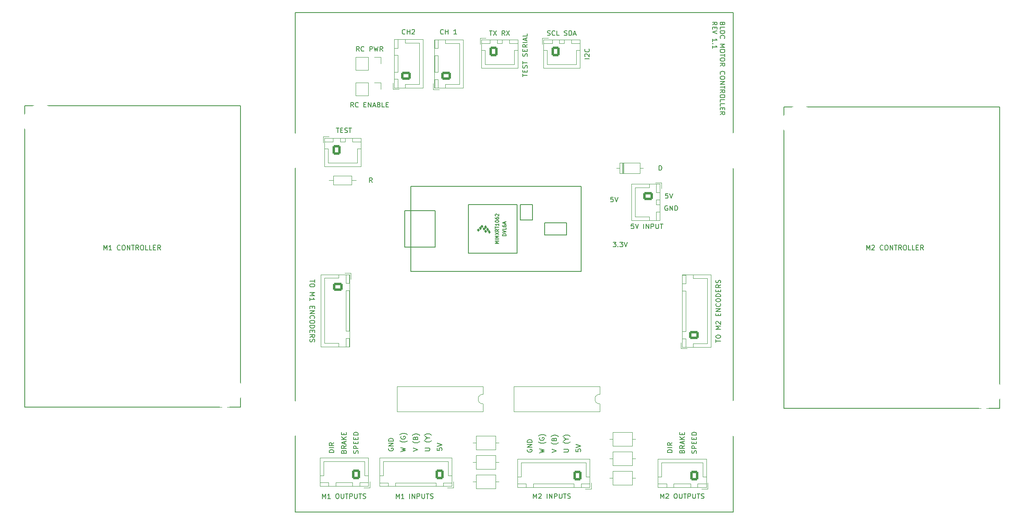
<source format=gto>
%TF.GenerationSoftware,KiCad,Pcbnew,6.0.11-2627ca5db0~126~ubuntu20.04.1*%
%TF.CreationDate,2023-02-22T16:00:47-05:00*%
%TF.ProjectId,ScooterBLDCMotorController,53636f6f-7465-4724-924c-44434d6f746f,rev?*%
%TF.SameCoordinates,Original*%
%TF.FileFunction,Legend,Top*%
%TF.FilePolarity,Positive*%
%FSLAX46Y46*%
G04 Gerber Fmt 4.6, Leading zero omitted, Abs format (unit mm)*
G04 Created by KiCad (PCBNEW 6.0.11-2627ca5db0~126~ubuntu20.04.1) date 2023-02-22 16:00:47*
%MOMM*%
%LPD*%
G01*
G04 APERTURE LIST*
G04 Aperture macros list*
%AMRoundRect*
0 Rectangle with rounded corners*
0 $1 Rounding radius*
0 $2 $3 $4 $5 $6 $7 $8 $9 X,Y pos of 4 corners*
0 Add a 4 corners polygon primitive as box body*
4,1,4,$2,$3,$4,$5,$6,$7,$8,$9,$2,$3,0*
0 Add four circle primitives for the rounded corners*
1,1,$1+$1,$2,$3*
1,1,$1+$1,$4,$5*
1,1,$1+$1,$6,$7*
1,1,$1+$1,$8,$9*
0 Add four rect primitives between the rounded corners*
20,1,$1+$1,$2,$3,$4,$5,0*
20,1,$1+$1,$4,$5,$6,$7,0*
20,1,$1+$1,$6,$7,$8,$9,0*
20,1,$1+$1,$8,$9,$2,$3,0*%
G04 Aperture macros list end*
%ADD10C,0.150000*%
%ADD11C,0.120000*%
%ADD12C,0.100000*%
%ADD13RoundRect,0.250000X0.600000X0.725000X-0.600000X0.725000X-0.600000X-0.725000X0.600000X-0.725000X0*%
%ADD14O,1.700000X1.950000*%
%ADD15C,8.500000*%
%ADD16C,1.600000*%
%ADD17O,1.600000X1.600000*%
%ADD18C,7.200000*%
%ADD19C,1.524000*%
%ADD20R,1.524000X1.524000*%
%ADD21RoundRect,0.250000X0.725000X-0.600000X0.725000X0.600000X-0.725000X0.600000X-0.725000X-0.600000X0*%
%ADD22O,1.950000X1.700000*%
%ADD23RoundRect,0.250000X-0.750000X0.600000X-0.750000X-0.600000X0.750000X-0.600000X0.750000X0.600000X0*%
%ADD24O,2.000000X1.700000*%
%ADD25C,9.200000*%
%ADD26RoundRect,0.250000X-0.600000X-0.750000X0.600000X-0.750000X0.600000X0.750000X-0.600000X0.750000X0*%
%ADD27O,1.700000X2.000000*%
%ADD28C,1.400000*%
%ADD29O,1.400000X1.400000*%
%ADD30R,1.600000X1.600000*%
%ADD31R,1.700000X1.700000*%
%ADD32O,1.700000X1.700000*%
%ADD33RoundRect,0.250000X-0.725000X0.600000X-0.725000X-0.600000X0.725000X-0.600000X0.725000X0.600000X0*%
G04 APERTURE END LIST*
D10*
X194564000Y-144145000D02*
X103124000Y-144145000D01*
X103124000Y-144145000D02*
X103124000Y-39751000D01*
X103124000Y-39751000D02*
X194564000Y-39751000D01*
X194564000Y-39751000D02*
X194564000Y-144145000D01*
X205190000Y-59428000D02*
X250190000Y-59428000D01*
X250190000Y-59428000D02*
X250190000Y-122428000D01*
X250190000Y-122428000D02*
X205190000Y-122428000D01*
X205190000Y-122428000D02*
X205190000Y-59428000D01*
X46694000Y-59178000D02*
X91694000Y-59178000D01*
X91694000Y-59178000D02*
X91694000Y-122178000D01*
X91694000Y-122178000D02*
X46694000Y-122178000D01*
X46694000Y-122178000D02*
X46694000Y-59178000D01*
X154138380Y-131770190D02*
X155138380Y-131532095D01*
X154424095Y-131341619D01*
X155138380Y-131151142D01*
X154138380Y-130913047D01*
X155519333Y-129484476D02*
X155471714Y-129532095D01*
X155328857Y-129627333D01*
X155233619Y-129674952D01*
X155090761Y-129722571D01*
X154852666Y-129770190D01*
X154662190Y-129770190D01*
X154424095Y-129722571D01*
X154281238Y-129674952D01*
X154186000Y-129627333D01*
X154043142Y-129532095D01*
X153995523Y-129484476D01*
X154186000Y-128579714D02*
X154138380Y-128674952D01*
X154138380Y-128817809D01*
X154186000Y-128960666D01*
X154281238Y-129055904D01*
X154376476Y-129103523D01*
X154566952Y-129151142D01*
X154709809Y-129151142D01*
X154900285Y-129103523D01*
X154995523Y-129055904D01*
X155090761Y-128960666D01*
X155138380Y-128817809D01*
X155138380Y-128722571D01*
X155090761Y-128579714D01*
X155043142Y-128532095D01*
X154709809Y-128532095D01*
X154709809Y-128722571D01*
X155519333Y-128198761D02*
X155471714Y-128151142D01*
X155328857Y-128055904D01*
X155233619Y-128008285D01*
X155090761Y-127960666D01*
X154852666Y-127913047D01*
X154662190Y-127913047D01*
X154424095Y-127960666D01*
X154281238Y-128008285D01*
X154186000Y-128055904D01*
X154043142Y-128151142D01*
X153995523Y-128198761D01*
X181848380Y-131666000D02*
X180848380Y-131666000D01*
X180848380Y-131427904D01*
X180896000Y-131285047D01*
X180991238Y-131189809D01*
X181086476Y-131142190D01*
X181276952Y-131094571D01*
X181419809Y-131094571D01*
X181610285Y-131142190D01*
X181705523Y-131189809D01*
X181800761Y-131285047D01*
X181848380Y-131427904D01*
X181848380Y-131666000D01*
X181848380Y-130666000D02*
X180848380Y-130666000D01*
X181848380Y-129618380D02*
X181372190Y-129951714D01*
X181848380Y-130189809D02*
X180848380Y-130189809D01*
X180848380Y-129808857D01*
X180896000Y-129713619D01*
X180943619Y-129666000D01*
X181038857Y-129618380D01*
X181181714Y-129618380D01*
X181276952Y-129666000D01*
X181324571Y-129713619D01*
X181372190Y-129808857D01*
X181372190Y-130189809D01*
X143716952Y-43504380D02*
X144288380Y-43504380D01*
X144002666Y-44504380D02*
X144002666Y-43504380D01*
X144526476Y-43504380D02*
X145193142Y-44504380D01*
X145193142Y-43504380D02*
X144526476Y-44504380D01*
X146907428Y-44504380D02*
X146574095Y-44028190D01*
X146336000Y-44504380D02*
X146336000Y-43504380D01*
X146716952Y-43504380D01*
X146812190Y-43552000D01*
X146859809Y-43599619D01*
X146907428Y-43694857D01*
X146907428Y-43837714D01*
X146859809Y-43932952D01*
X146812190Y-43980571D01*
X146716952Y-44028190D01*
X146336000Y-44028190D01*
X147240761Y-43504380D02*
X147907428Y-44504380D01*
X147907428Y-43504380D02*
X147240761Y-44504380D01*
X155813809Y-44456761D02*
X155956666Y-44504380D01*
X156194761Y-44504380D01*
X156290000Y-44456761D01*
X156337619Y-44409142D01*
X156385238Y-44313904D01*
X156385238Y-44218666D01*
X156337619Y-44123428D01*
X156290000Y-44075809D01*
X156194761Y-44028190D01*
X156004285Y-43980571D01*
X155909047Y-43932952D01*
X155861428Y-43885333D01*
X155813809Y-43790095D01*
X155813809Y-43694857D01*
X155861428Y-43599619D01*
X155909047Y-43552000D01*
X156004285Y-43504380D01*
X156242380Y-43504380D01*
X156385238Y-43552000D01*
X157385238Y-44409142D02*
X157337619Y-44456761D01*
X157194761Y-44504380D01*
X157099523Y-44504380D01*
X156956666Y-44456761D01*
X156861428Y-44361523D01*
X156813809Y-44266285D01*
X156766190Y-44075809D01*
X156766190Y-43932952D01*
X156813809Y-43742476D01*
X156861428Y-43647238D01*
X156956666Y-43552000D01*
X157099523Y-43504380D01*
X157194761Y-43504380D01*
X157337619Y-43552000D01*
X157385238Y-43599619D01*
X158290000Y-44504380D02*
X157813809Y-44504380D01*
X157813809Y-43504380D01*
X159337619Y-44456761D02*
X159480476Y-44504380D01*
X159718571Y-44504380D01*
X159813809Y-44456761D01*
X159861428Y-44409142D01*
X159909047Y-44313904D01*
X159909047Y-44218666D01*
X159861428Y-44123428D01*
X159813809Y-44075809D01*
X159718571Y-44028190D01*
X159528095Y-43980571D01*
X159432857Y-43932952D01*
X159385238Y-43885333D01*
X159337619Y-43790095D01*
X159337619Y-43694857D01*
X159385238Y-43599619D01*
X159432857Y-43552000D01*
X159528095Y-43504380D01*
X159766190Y-43504380D01*
X159909047Y-43552000D01*
X160337619Y-44504380D02*
X160337619Y-43504380D01*
X160575714Y-43504380D01*
X160718571Y-43552000D01*
X160813809Y-43647238D01*
X160861428Y-43742476D01*
X160909047Y-43932952D01*
X160909047Y-44075809D01*
X160861428Y-44266285D01*
X160813809Y-44361523D01*
X160718571Y-44456761D01*
X160575714Y-44504380D01*
X160337619Y-44504380D01*
X161290000Y-44218666D02*
X161766190Y-44218666D01*
X161194761Y-44504380D02*
X161528095Y-43504380D01*
X161861428Y-44504380D01*
X134096571Y-44155142D02*
X134048952Y-44202761D01*
X133906095Y-44250380D01*
X133810857Y-44250380D01*
X133668000Y-44202761D01*
X133572761Y-44107523D01*
X133525142Y-44012285D01*
X133477523Y-43821809D01*
X133477523Y-43678952D01*
X133525142Y-43488476D01*
X133572761Y-43393238D01*
X133668000Y-43298000D01*
X133810857Y-43250380D01*
X133906095Y-43250380D01*
X134048952Y-43298000D01*
X134096571Y-43345619D01*
X134525142Y-44250380D02*
X134525142Y-43250380D01*
X134525142Y-43726571D02*
X135096571Y-43726571D01*
X135096571Y-44250380D02*
X135096571Y-43250380D01*
X136858476Y-44250380D02*
X136287047Y-44250380D01*
X136572761Y-44250380D02*
X136572761Y-43250380D01*
X136477523Y-43393238D01*
X136382285Y-43488476D01*
X136287047Y-43536095D01*
X63183238Y-89352380D02*
X63183238Y-88352380D01*
X63516571Y-89066666D01*
X63849904Y-88352380D01*
X63849904Y-89352380D01*
X64849904Y-89352380D02*
X64278476Y-89352380D01*
X64564190Y-89352380D02*
X64564190Y-88352380D01*
X64468952Y-88495238D01*
X64373714Y-88590476D01*
X64278476Y-88638095D01*
X66611809Y-89257142D02*
X66564190Y-89304761D01*
X66421333Y-89352380D01*
X66326095Y-89352380D01*
X66183238Y-89304761D01*
X66088000Y-89209523D01*
X66040380Y-89114285D01*
X65992761Y-88923809D01*
X65992761Y-88780952D01*
X66040380Y-88590476D01*
X66088000Y-88495238D01*
X66183238Y-88400000D01*
X66326095Y-88352380D01*
X66421333Y-88352380D01*
X66564190Y-88400000D01*
X66611809Y-88447619D01*
X67230857Y-88352380D02*
X67421333Y-88352380D01*
X67516571Y-88400000D01*
X67611809Y-88495238D01*
X67659428Y-88685714D01*
X67659428Y-89019047D01*
X67611809Y-89209523D01*
X67516571Y-89304761D01*
X67421333Y-89352380D01*
X67230857Y-89352380D01*
X67135619Y-89304761D01*
X67040380Y-89209523D01*
X66992761Y-89019047D01*
X66992761Y-88685714D01*
X67040380Y-88495238D01*
X67135619Y-88400000D01*
X67230857Y-88352380D01*
X68088000Y-89352380D02*
X68088000Y-88352380D01*
X68659428Y-89352380D01*
X68659428Y-88352380D01*
X68992761Y-88352380D02*
X69564190Y-88352380D01*
X69278476Y-89352380D02*
X69278476Y-88352380D01*
X70468952Y-89352380D02*
X70135619Y-88876190D01*
X69897523Y-89352380D02*
X69897523Y-88352380D01*
X70278476Y-88352380D01*
X70373714Y-88400000D01*
X70421333Y-88447619D01*
X70468952Y-88542857D01*
X70468952Y-88685714D01*
X70421333Y-88780952D01*
X70373714Y-88828571D01*
X70278476Y-88876190D01*
X69897523Y-88876190D01*
X71088000Y-88352380D02*
X71278476Y-88352380D01*
X71373714Y-88400000D01*
X71468952Y-88495238D01*
X71516571Y-88685714D01*
X71516571Y-89019047D01*
X71468952Y-89209523D01*
X71373714Y-89304761D01*
X71278476Y-89352380D01*
X71088000Y-89352380D01*
X70992761Y-89304761D01*
X70897523Y-89209523D01*
X70849904Y-89019047D01*
X70849904Y-88685714D01*
X70897523Y-88495238D01*
X70992761Y-88400000D01*
X71088000Y-88352380D01*
X72421333Y-89352380D02*
X71945142Y-89352380D01*
X71945142Y-88352380D01*
X73230857Y-89352380D02*
X72754666Y-89352380D01*
X72754666Y-88352380D01*
X73564190Y-88828571D02*
X73897523Y-88828571D01*
X74040380Y-89352380D02*
X73564190Y-89352380D01*
X73564190Y-88352380D01*
X74040380Y-88352380D01*
X75040380Y-89352380D02*
X74707047Y-88876190D01*
X74468952Y-89352380D02*
X74468952Y-88352380D01*
X74849904Y-88352380D01*
X74945142Y-88400000D01*
X74992761Y-88447619D01*
X75040380Y-88542857D01*
X75040380Y-88685714D01*
X74992761Y-88780952D01*
X74945142Y-88828571D01*
X74849904Y-88876190D01*
X74468952Y-88876190D01*
X152884666Y-141278380D02*
X152884666Y-140278380D01*
X153218000Y-140992666D01*
X153551333Y-140278380D01*
X153551333Y-141278380D01*
X153979904Y-140373619D02*
X154027523Y-140326000D01*
X154122761Y-140278380D01*
X154360857Y-140278380D01*
X154456095Y-140326000D01*
X154503714Y-140373619D01*
X154551333Y-140468857D01*
X154551333Y-140564095D01*
X154503714Y-140706952D01*
X153932285Y-141278380D01*
X154551333Y-141278380D01*
X155741809Y-141278380D02*
X155741809Y-140278380D01*
X156218000Y-141278380D02*
X156218000Y-140278380D01*
X156789428Y-141278380D01*
X156789428Y-140278380D01*
X157265619Y-141278380D02*
X157265619Y-140278380D01*
X157646571Y-140278380D01*
X157741809Y-140326000D01*
X157789428Y-140373619D01*
X157837047Y-140468857D01*
X157837047Y-140611714D01*
X157789428Y-140706952D01*
X157741809Y-140754571D01*
X157646571Y-140802190D01*
X157265619Y-140802190D01*
X158265619Y-140278380D02*
X158265619Y-141087904D01*
X158313238Y-141183142D01*
X158360857Y-141230761D01*
X158456095Y-141278380D01*
X158646571Y-141278380D01*
X158741809Y-141230761D01*
X158789428Y-141183142D01*
X158837047Y-141087904D01*
X158837047Y-140278380D01*
X159170380Y-140278380D02*
X159741809Y-140278380D01*
X159456095Y-141278380D02*
X159456095Y-140278380D01*
X160027523Y-141230761D02*
X160170380Y-141278380D01*
X160408476Y-141278380D01*
X160503714Y-141230761D01*
X160551333Y-141183142D01*
X160598952Y-141087904D01*
X160598952Y-140992666D01*
X160551333Y-140897428D01*
X160503714Y-140849809D01*
X160408476Y-140802190D01*
X160218000Y-140754571D01*
X160122761Y-140706952D01*
X160075142Y-140659333D01*
X160027523Y-140564095D01*
X160027523Y-140468857D01*
X160075142Y-140373619D01*
X160122761Y-140326000D01*
X160218000Y-140278380D01*
X160456095Y-140278380D01*
X160598952Y-140326000D01*
X107227619Y-95560380D02*
X107227619Y-96131809D01*
X106227619Y-95846095D02*
X107227619Y-95846095D01*
X107227619Y-96655619D02*
X107227619Y-96846095D01*
X107180000Y-96941333D01*
X107084761Y-97036571D01*
X106894285Y-97084190D01*
X106560952Y-97084190D01*
X106370476Y-97036571D01*
X106275238Y-96941333D01*
X106227619Y-96846095D01*
X106227619Y-96655619D01*
X106275238Y-96560380D01*
X106370476Y-96465142D01*
X106560952Y-96417523D01*
X106894285Y-96417523D01*
X107084761Y-96465142D01*
X107180000Y-96560380D01*
X107227619Y-96655619D01*
X106227619Y-98274666D02*
X107227619Y-98274666D01*
X106513333Y-98608000D01*
X107227619Y-98941333D01*
X106227619Y-98941333D01*
X106227619Y-99941333D02*
X106227619Y-99369904D01*
X106227619Y-99655619D02*
X107227619Y-99655619D01*
X107084761Y-99560380D01*
X106989523Y-99465142D01*
X106941904Y-99369904D01*
X106751428Y-101131809D02*
X106751428Y-101465142D01*
X106227619Y-101608000D02*
X106227619Y-101131809D01*
X107227619Y-101131809D01*
X107227619Y-101608000D01*
X106227619Y-102036571D02*
X107227619Y-102036571D01*
X106227619Y-102608000D01*
X107227619Y-102608000D01*
X106322857Y-103655619D02*
X106275238Y-103608000D01*
X106227619Y-103465142D01*
X106227619Y-103369904D01*
X106275238Y-103227047D01*
X106370476Y-103131809D01*
X106465714Y-103084190D01*
X106656190Y-103036571D01*
X106799047Y-103036571D01*
X106989523Y-103084190D01*
X107084761Y-103131809D01*
X107180000Y-103227047D01*
X107227619Y-103369904D01*
X107227619Y-103465142D01*
X107180000Y-103608000D01*
X107132380Y-103655619D01*
X107227619Y-104274666D02*
X107227619Y-104465142D01*
X107180000Y-104560380D01*
X107084761Y-104655619D01*
X106894285Y-104703238D01*
X106560952Y-104703238D01*
X106370476Y-104655619D01*
X106275238Y-104560380D01*
X106227619Y-104465142D01*
X106227619Y-104274666D01*
X106275238Y-104179428D01*
X106370476Y-104084190D01*
X106560952Y-104036571D01*
X106894285Y-104036571D01*
X107084761Y-104084190D01*
X107180000Y-104179428D01*
X107227619Y-104274666D01*
X106227619Y-105131809D02*
X107227619Y-105131809D01*
X107227619Y-105369904D01*
X107180000Y-105512761D01*
X107084761Y-105608000D01*
X106989523Y-105655619D01*
X106799047Y-105703238D01*
X106656190Y-105703238D01*
X106465714Y-105655619D01*
X106370476Y-105608000D01*
X106275238Y-105512761D01*
X106227619Y-105369904D01*
X106227619Y-105131809D01*
X106751428Y-106131809D02*
X106751428Y-106465142D01*
X106227619Y-106608000D02*
X106227619Y-106131809D01*
X107227619Y-106131809D01*
X107227619Y-106608000D01*
X106227619Y-107608000D02*
X106703809Y-107274666D01*
X106227619Y-107036571D02*
X107227619Y-107036571D01*
X107227619Y-107417523D01*
X107180000Y-107512761D01*
X107132380Y-107560380D01*
X107037142Y-107608000D01*
X106894285Y-107608000D01*
X106799047Y-107560380D01*
X106751428Y-107512761D01*
X106703809Y-107417523D01*
X106703809Y-107036571D01*
X106275238Y-107988952D02*
X106227619Y-108131809D01*
X106227619Y-108369904D01*
X106275238Y-108465142D01*
X106322857Y-108512761D01*
X106418095Y-108560380D01*
X106513333Y-108560380D01*
X106608571Y-108512761D01*
X106656190Y-108465142D01*
X106703809Y-108369904D01*
X106751428Y-108179428D01*
X106799047Y-108084190D01*
X106846666Y-108036571D01*
X106941904Y-107988952D01*
X107037142Y-107988952D01*
X107132380Y-108036571D01*
X107180000Y-108084190D01*
X107227619Y-108179428D01*
X107227619Y-108417523D01*
X107180000Y-108560380D01*
X179436000Y-141278380D02*
X179436000Y-140278380D01*
X179769333Y-140992666D01*
X180102666Y-140278380D01*
X180102666Y-141278380D01*
X180531238Y-140373619D02*
X180578857Y-140326000D01*
X180674095Y-140278380D01*
X180912190Y-140278380D01*
X181007428Y-140326000D01*
X181055047Y-140373619D01*
X181102666Y-140468857D01*
X181102666Y-140564095D01*
X181055047Y-140706952D01*
X180483619Y-141278380D01*
X181102666Y-141278380D01*
X182483619Y-140278380D02*
X182674095Y-140278380D01*
X182769333Y-140326000D01*
X182864571Y-140421238D01*
X182912190Y-140611714D01*
X182912190Y-140945047D01*
X182864571Y-141135523D01*
X182769333Y-141230761D01*
X182674095Y-141278380D01*
X182483619Y-141278380D01*
X182388380Y-141230761D01*
X182293142Y-141135523D01*
X182245523Y-140945047D01*
X182245523Y-140611714D01*
X182293142Y-140421238D01*
X182388380Y-140326000D01*
X182483619Y-140278380D01*
X183340761Y-140278380D02*
X183340761Y-141087904D01*
X183388380Y-141183142D01*
X183436000Y-141230761D01*
X183531238Y-141278380D01*
X183721714Y-141278380D01*
X183816952Y-141230761D01*
X183864571Y-141183142D01*
X183912190Y-141087904D01*
X183912190Y-140278380D01*
X184245523Y-140278380D02*
X184816952Y-140278380D01*
X184531238Y-141278380D02*
X184531238Y-140278380D01*
X185150285Y-141278380D02*
X185150285Y-140278380D01*
X185531238Y-140278380D01*
X185626476Y-140326000D01*
X185674095Y-140373619D01*
X185721714Y-140468857D01*
X185721714Y-140611714D01*
X185674095Y-140706952D01*
X185626476Y-140754571D01*
X185531238Y-140802190D01*
X185150285Y-140802190D01*
X186150285Y-140278380D02*
X186150285Y-141087904D01*
X186197904Y-141183142D01*
X186245523Y-141230761D01*
X186340761Y-141278380D01*
X186531238Y-141278380D01*
X186626476Y-141230761D01*
X186674095Y-141183142D01*
X186721714Y-141087904D01*
X186721714Y-140278380D01*
X187055047Y-140278380D02*
X187626476Y-140278380D01*
X187340761Y-141278380D02*
X187340761Y-140278380D01*
X187912190Y-141230761D02*
X188055047Y-141278380D01*
X188293142Y-141278380D01*
X188388380Y-141230761D01*
X188436000Y-141183142D01*
X188483619Y-141087904D01*
X188483619Y-140992666D01*
X188436000Y-140897428D01*
X188388380Y-140849809D01*
X188293142Y-140802190D01*
X188102666Y-140754571D01*
X188007428Y-140706952D01*
X187959809Y-140659333D01*
X187912190Y-140564095D01*
X187912190Y-140468857D01*
X187959809Y-140373619D01*
X188007428Y-140326000D01*
X188102666Y-140278380D01*
X188340761Y-140278380D01*
X188483619Y-140326000D01*
X180951523Y-77540380D02*
X180475333Y-77540380D01*
X180427714Y-78016571D01*
X180475333Y-77968952D01*
X180570571Y-77921333D01*
X180808666Y-77921333D01*
X180903904Y-77968952D01*
X180951523Y-78016571D01*
X180999142Y-78111809D01*
X180999142Y-78349904D01*
X180951523Y-78445142D01*
X180903904Y-78492761D01*
X180808666Y-78540380D01*
X180570571Y-78540380D01*
X180475333Y-78492761D01*
X180427714Y-78445142D01*
X181284857Y-77540380D02*
X181618190Y-78540380D01*
X181951523Y-77540380D01*
X222441238Y-89352380D02*
X222441238Y-88352380D01*
X222774571Y-89066666D01*
X223107904Y-88352380D01*
X223107904Y-89352380D01*
X223536476Y-88447619D02*
X223584095Y-88400000D01*
X223679333Y-88352380D01*
X223917428Y-88352380D01*
X224012666Y-88400000D01*
X224060285Y-88447619D01*
X224107904Y-88542857D01*
X224107904Y-88638095D01*
X224060285Y-88780952D01*
X223488857Y-89352380D01*
X224107904Y-89352380D01*
X225869809Y-89257142D02*
X225822190Y-89304761D01*
X225679333Y-89352380D01*
X225584095Y-89352380D01*
X225441238Y-89304761D01*
X225346000Y-89209523D01*
X225298380Y-89114285D01*
X225250761Y-88923809D01*
X225250761Y-88780952D01*
X225298380Y-88590476D01*
X225346000Y-88495238D01*
X225441238Y-88400000D01*
X225584095Y-88352380D01*
X225679333Y-88352380D01*
X225822190Y-88400000D01*
X225869809Y-88447619D01*
X226488857Y-88352380D02*
X226679333Y-88352380D01*
X226774571Y-88400000D01*
X226869809Y-88495238D01*
X226917428Y-88685714D01*
X226917428Y-89019047D01*
X226869809Y-89209523D01*
X226774571Y-89304761D01*
X226679333Y-89352380D01*
X226488857Y-89352380D01*
X226393619Y-89304761D01*
X226298380Y-89209523D01*
X226250761Y-89019047D01*
X226250761Y-88685714D01*
X226298380Y-88495238D01*
X226393619Y-88400000D01*
X226488857Y-88352380D01*
X227346000Y-89352380D02*
X227346000Y-88352380D01*
X227917428Y-89352380D01*
X227917428Y-88352380D01*
X228250761Y-88352380D02*
X228822190Y-88352380D01*
X228536476Y-89352380D02*
X228536476Y-88352380D01*
X229726952Y-89352380D02*
X229393619Y-88876190D01*
X229155523Y-89352380D02*
X229155523Y-88352380D01*
X229536476Y-88352380D01*
X229631714Y-88400000D01*
X229679333Y-88447619D01*
X229726952Y-88542857D01*
X229726952Y-88685714D01*
X229679333Y-88780952D01*
X229631714Y-88828571D01*
X229536476Y-88876190D01*
X229155523Y-88876190D01*
X230346000Y-88352380D02*
X230536476Y-88352380D01*
X230631714Y-88400000D01*
X230726952Y-88495238D01*
X230774571Y-88685714D01*
X230774571Y-89019047D01*
X230726952Y-89209523D01*
X230631714Y-89304761D01*
X230536476Y-89352380D01*
X230346000Y-89352380D01*
X230250761Y-89304761D01*
X230155523Y-89209523D01*
X230107904Y-89019047D01*
X230107904Y-88685714D01*
X230155523Y-88495238D01*
X230250761Y-88400000D01*
X230346000Y-88352380D01*
X231679333Y-89352380D02*
X231203142Y-89352380D01*
X231203142Y-88352380D01*
X232488857Y-89352380D02*
X232012666Y-89352380D01*
X232012666Y-88352380D01*
X232822190Y-88828571D02*
X233155523Y-88828571D01*
X233298380Y-89352380D02*
X232822190Y-89352380D01*
X232822190Y-88352380D01*
X233298380Y-88352380D01*
X234298380Y-89352380D02*
X233965047Y-88876190D01*
X233726952Y-89352380D02*
X233726952Y-88352380D01*
X234107904Y-88352380D01*
X234203142Y-88400000D01*
X234250761Y-88447619D01*
X234298380Y-88542857D01*
X234298380Y-88685714D01*
X234250761Y-88780952D01*
X234203142Y-88828571D01*
X234107904Y-88876190D01*
X233726952Y-88876190D01*
X111728761Y-63824380D02*
X112300190Y-63824380D01*
X112014476Y-64824380D02*
X112014476Y-63824380D01*
X112633523Y-64300571D02*
X112966857Y-64300571D01*
X113109714Y-64824380D02*
X112633523Y-64824380D01*
X112633523Y-63824380D01*
X113109714Y-63824380D01*
X113490666Y-64776761D02*
X113633523Y-64824380D01*
X113871619Y-64824380D01*
X113966857Y-64776761D01*
X114014476Y-64729142D01*
X114062095Y-64633904D01*
X114062095Y-64538666D01*
X114014476Y-64443428D01*
X113966857Y-64395809D01*
X113871619Y-64348190D01*
X113681142Y-64300571D01*
X113585904Y-64252952D01*
X113538285Y-64205333D01*
X113490666Y-64110095D01*
X113490666Y-64014857D01*
X113538285Y-63919619D01*
X113585904Y-63872000D01*
X113681142Y-63824380D01*
X113919238Y-63824380D01*
X114062095Y-63872000D01*
X114347809Y-63824380D02*
X114919238Y-63824380D01*
X114633523Y-64824380D02*
X114633523Y-63824380D01*
X156718380Y-131674952D02*
X157718380Y-131341619D01*
X156718380Y-131008285D01*
X158099333Y-129627333D02*
X158051714Y-129674952D01*
X157908857Y-129770190D01*
X157813619Y-129817809D01*
X157670761Y-129865428D01*
X157432666Y-129913047D01*
X157242190Y-129913047D01*
X157004095Y-129865428D01*
X156861238Y-129817809D01*
X156766000Y-129770190D01*
X156623142Y-129674952D01*
X156575523Y-129627333D01*
X157194571Y-128913047D02*
X157242190Y-128770190D01*
X157289809Y-128722571D01*
X157385047Y-128674952D01*
X157527904Y-128674952D01*
X157623142Y-128722571D01*
X157670761Y-128770190D01*
X157718380Y-128865428D01*
X157718380Y-129246380D01*
X156718380Y-129246380D01*
X156718380Y-128913047D01*
X156766000Y-128817809D01*
X156813619Y-128770190D01*
X156908857Y-128722571D01*
X157004095Y-128722571D01*
X157099333Y-128770190D01*
X157146952Y-128817809D01*
X157194571Y-128913047D01*
X157194571Y-129246380D01*
X158099333Y-128341619D02*
X158051714Y-128294000D01*
X157908857Y-128198761D01*
X157813619Y-128151142D01*
X157670761Y-128103523D01*
X157432666Y-128055904D01*
X157242190Y-128055904D01*
X157004095Y-128103523D01*
X156861238Y-128151142D01*
X156766000Y-128198761D01*
X156623142Y-128294000D01*
X156575523Y-128341619D01*
X125182380Y-131516190D02*
X126182380Y-131278095D01*
X125468095Y-131087619D01*
X126182380Y-130897142D01*
X125182380Y-130659047D01*
X126563333Y-129230476D02*
X126515714Y-129278095D01*
X126372857Y-129373333D01*
X126277619Y-129420952D01*
X126134761Y-129468571D01*
X125896666Y-129516190D01*
X125706190Y-129516190D01*
X125468095Y-129468571D01*
X125325238Y-129420952D01*
X125230000Y-129373333D01*
X125087142Y-129278095D01*
X125039523Y-129230476D01*
X125230000Y-128325714D02*
X125182380Y-128420952D01*
X125182380Y-128563809D01*
X125230000Y-128706666D01*
X125325238Y-128801904D01*
X125420476Y-128849523D01*
X125610952Y-128897142D01*
X125753809Y-128897142D01*
X125944285Y-128849523D01*
X126039523Y-128801904D01*
X126134761Y-128706666D01*
X126182380Y-128563809D01*
X126182380Y-128468571D01*
X126134761Y-128325714D01*
X126087142Y-128278095D01*
X125753809Y-128278095D01*
X125753809Y-128468571D01*
X126563333Y-127944761D02*
X126515714Y-127897142D01*
X126372857Y-127801904D01*
X126277619Y-127754285D01*
X126134761Y-127706666D01*
X125896666Y-127659047D01*
X125706190Y-127659047D01*
X125468095Y-127706666D01*
X125325238Y-127754285D01*
X125230000Y-127801904D01*
X125087142Y-127897142D01*
X125039523Y-127944761D01*
X124222666Y-141295380D02*
X124222666Y-140295380D01*
X124556000Y-141009666D01*
X124889333Y-140295380D01*
X124889333Y-141295380D01*
X125889333Y-141295380D02*
X125317904Y-141295380D01*
X125603619Y-141295380D02*
X125603619Y-140295380D01*
X125508380Y-140438238D01*
X125413142Y-140533476D01*
X125317904Y-140581095D01*
X127079809Y-141295380D02*
X127079809Y-140295380D01*
X127556000Y-141295380D02*
X127556000Y-140295380D01*
X128127428Y-141295380D01*
X128127428Y-140295380D01*
X128603619Y-141295380D02*
X128603619Y-140295380D01*
X128984571Y-140295380D01*
X129079809Y-140343000D01*
X129127428Y-140390619D01*
X129175047Y-140485857D01*
X129175047Y-140628714D01*
X129127428Y-140723952D01*
X129079809Y-140771571D01*
X128984571Y-140819190D01*
X128603619Y-140819190D01*
X129603619Y-140295380D02*
X129603619Y-141104904D01*
X129651238Y-141200142D01*
X129698857Y-141247761D01*
X129794095Y-141295380D01*
X129984571Y-141295380D01*
X130079809Y-141247761D01*
X130127428Y-141200142D01*
X130175047Y-141104904D01*
X130175047Y-140295380D01*
X130508380Y-140295380D02*
X131079809Y-140295380D01*
X130794095Y-141295380D02*
X130794095Y-140295380D01*
X131365523Y-141247761D02*
X131508380Y-141295380D01*
X131746476Y-141295380D01*
X131841714Y-141247761D01*
X131889333Y-141200142D01*
X131936952Y-141104904D01*
X131936952Y-141009666D01*
X131889333Y-140914428D01*
X131841714Y-140866809D01*
X131746476Y-140819190D01*
X131556000Y-140771571D01*
X131460761Y-140723952D01*
X131413142Y-140676333D01*
X131365523Y-140581095D01*
X131365523Y-140485857D01*
X131413142Y-140390619D01*
X131460761Y-140343000D01*
X131556000Y-140295380D01*
X131794095Y-140295380D01*
X131936952Y-140343000D01*
X173831904Y-83890380D02*
X173355714Y-83890380D01*
X173308095Y-84366571D01*
X173355714Y-84318952D01*
X173450952Y-84271333D01*
X173689047Y-84271333D01*
X173784285Y-84318952D01*
X173831904Y-84366571D01*
X173879523Y-84461809D01*
X173879523Y-84699904D01*
X173831904Y-84795142D01*
X173784285Y-84842761D01*
X173689047Y-84890380D01*
X173450952Y-84890380D01*
X173355714Y-84842761D01*
X173308095Y-84795142D01*
X174165238Y-83890380D02*
X174498571Y-84890380D01*
X174831904Y-83890380D01*
X175927142Y-84890380D02*
X175927142Y-83890380D01*
X176403333Y-84890380D02*
X176403333Y-83890380D01*
X176974761Y-84890380D01*
X176974761Y-83890380D01*
X177450952Y-84890380D02*
X177450952Y-83890380D01*
X177831904Y-83890380D01*
X177927142Y-83938000D01*
X177974761Y-83985619D01*
X178022380Y-84080857D01*
X178022380Y-84223714D01*
X177974761Y-84318952D01*
X177927142Y-84366571D01*
X177831904Y-84414190D01*
X177450952Y-84414190D01*
X178450952Y-83890380D02*
X178450952Y-84699904D01*
X178498571Y-84795142D01*
X178546190Y-84842761D01*
X178641428Y-84890380D01*
X178831904Y-84890380D01*
X178927142Y-84842761D01*
X178974761Y-84795142D01*
X179022380Y-84699904D01*
X179022380Y-83890380D01*
X179355714Y-83890380D02*
X179927142Y-83890380D01*
X179641428Y-84890380D02*
X179641428Y-83890380D01*
X180888095Y-80128000D02*
X180792857Y-80080380D01*
X180650000Y-80080380D01*
X180507142Y-80128000D01*
X180411904Y-80223238D01*
X180364285Y-80318476D01*
X180316666Y-80508952D01*
X180316666Y-80651809D01*
X180364285Y-80842285D01*
X180411904Y-80937523D01*
X180507142Y-81032761D01*
X180650000Y-81080380D01*
X180745238Y-81080380D01*
X180888095Y-81032761D01*
X180935714Y-80985142D01*
X180935714Y-80651809D01*
X180745238Y-80651809D01*
X181364285Y-81080380D02*
X181364285Y-80080380D01*
X181935714Y-81080380D01*
X181935714Y-80080380D01*
X182411904Y-81080380D02*
X182411904Y-80080380D01*
X182650000Y-80080380D01*
X182792857Y-80128000D01*
X182888095Y-80223238D01*
X182935714Y-80318476D01*
X182983333Y-80508952D01*
X182983333Y-80651809D01*
X182935714Y-80842285D01*
X182888095Y-80937523D01*
X182792857Y-81032761D01*
X182650000Y-81080380D01*
X182411904Y-81080380D01*
X130262380Y-131301904D02*
X131071904Y-131301904D01*
X131167142Y-131254285D01*
X131214761Y-131206666D01*
X131262380Y-131111428D01*
X131262380Y-130920952D01*
X131214761Y-130825714D01*
X131167142Y-130778095D01*
X131071904Y-130730476D01*
X130262380Y-130730476D01*
X131643333Y-129206666D02*
X131595714Y-129254285D01*
X131452857Y-129349523D01*
X131357619Y-129397142D01*
X131214761Y-129444761D01*
X130976666Y-129492380D01*
X130786190Y-129492380D01*
X130548095Y-129444761D01*
X130405238Y-129397142D01*
X130310000Y-129349523D01*
X130167142Y-129254285D01*
X130119523Y-129206666D01*
X130786190Y-128635238D02*
X131262380Y-128635238D01*
X130262380Y-128968571D02*
X130786190Y-128635238D01*
X130262380Y-128301904D01*
X131643333Y-128063809D02*
X131595714Y-128016190D01*
X131452857Y-127920952D01*
X131357619Y-127873333D01*
X131214761Y-127825714D01*
X130976666Y-127778095D01*
X130786190Y-127778095D01*
X130548095Y-127825714D01*
X130405238Y-127873333D01*
X130310000Y-127920952D01*
X130167142Y-128016190D01*
X130119523Y-128063809D01*
X169521523Y-78302380D02*
X169045333Y-78302380D01*
X168997714Y-78778571D01*
X169045333Y-78730952D01*
X169140571Y-78683333D01*
X169378666Y-78683333D01*
X169473904Y-78730952D01*
X169521523Y-78778571D01*
X169569142Y-78873809D01*
X169569142Y-79111904D01*
X169521523Y-79207142D01*
X169473904Y-79254761D01*
X169378666Y-79302380D01*
X169140571Y-79302380D01*
X169045333Y-79254761D01*
X168997714Y-79207142D01*
X169854857Y-78302380D02*
X170188190Y-79302380D01*
X170521523Y-78302380D01*
X159218380Y-131555904D02*
X160027904Y-131555904D01*
X160123142Y-131508285D01*
X160170761Y-131460666D01*
X160218380Y-131365428D01*
X160218380Y-131174952D01*
X160170761Y-131079714D01*
X160123142Y-131032095D01*
X160027904Y-130984476D01*
X159218380Y-130984476D01*
X160599333Y-129460666D02*
X160551714Y-129508285D01*
X160408857Y-129603523D01*
X160313619Y-129651142D01*
X160170761Y-129698761D01*
X159932666Y-129746380D01*
X159742190Y-129746380D01*
X159504095Y-129698761D01*
X159361238Y-129651142D01*
X159266000Y-129603523D01*
X159123142Y-129508285D01*
X159075523Y-129460666D01*
X159742190Y-128889238D02*
X160218380Y-128889238D01*
X159218380Y-129222571D02*
X159742190Y-128889238D01*
X159218380Y-128555904D01*
X160599333Y-128317809D02*
X160551714Y-128270190D01*
X160408857Y-128174952D01*
X160313619Y-128127333D01*
X160170761Y-128079714D01*
X159932666Y-128032095D01*
X159742190Y-128032095D01*
X159504095Y-128079714D01*
X159361238Y-128127333D01*
X159266000Y-128174952D01*
X159123142Y-128270190D01*
X159075523Y-128317809D01*
X161758380Y-131000476D02*
X161758380Y-131476666D01*
X162234571Y-131524285D01*
X162186952Y-131476666D01*
X162139333Y-131381428D01*
X162139333Y-131143333D01*
X162186952Y-131048095D01*
X162234571Y-131000476D01*
X162329809Y-130952857D01*
X162567904Y-130952857D01*
X162663142Y-131000476D01*
X162710761Y-131048095D01*
X162758380Y-131143333D01*
X162758380Y-131381428D01*
X162710761Y-131476666D01*
X162663142Y-131524285D01*
X161758380Y-130667142D02*
X162758380Y-130333809D01*
X161758380Y-130000476D01*
X113292571Y-131476523D02*
X113340190Y-131333666D01*
X113387809Y-131286047D01*
X113483047Y-131238428D01*
X113625904Y-131238428D01*
X113721142Y-131286047D01*
X113768761Y-131333666D01*
X113816380Y-131428904D01*
X113816380Y-131809857D01*
X112816380Y-131809857D01*
X112816380Y-131476523D01*
X112864000Y-131381285D01*
X112911619Y-131333666D01*
X113006857Y-131286047D01*
X113102095Y-131286047D01*
X113197333Y-131333666D01*
X113244952Y-131381285D01*
X113292571Y-131476523D01*
X113292571Y-131809857D01*
X113816380Y-130238428D02*
X113340190Y-130571761D01*
X113816380Y-130809857D02*
X112816380Y-130809857D01*
X112816380Y-130428904D01*
X112864000Y-130333666D01*
X112911619Y-130286047D01*
X113006857Y-130238428D01*
X113149714Y-130238428D01*
X113244952Y-130286047D01*
X113292571Y-130333666D01*
X113340190Y-130428904D01*
X113340190Y-130809857D01*
X113530666Y-129857476D02*
X113530666Y-129381285D01*
X113816380Y-129952714D02*
X112816380Y-129619380D01*
X113816380Y-129286047D01*
X113816380Y-128952714D02*
X112816380Y-128952714D01*
X113816380Y-128381285D02*
X113244952Y-128809857D01*
X112816380Y-128381285D02*
X113387809Y-128952714D01*
X113292571Y-127952714D02*
X113292571Y-127619380D01*
X113816380Y-127476523D02*
X113816380Y-127952714D01*
X112816380Y-127952714D01*
X112816380Y-127476523D01*
X116515142Y-47806380D02*
X116181809Y-47330190D01*
X115943714Y-47806380D02*
X115943714Y-46806380D01*
X116324666Y-46806380D01*
X116419904Y-46854000D01*
X116467523Y-46901619D01*
X116515142Y-46996857D01*
X116515142Y-47139714D01*
X116467523Y-47234952D01*
X116419904Y-47282571D01*
X116324666Y-47330190D01*
X115943714Y-47330190D01*
X117515142Y-47711142D02*
X117467523Y-47758761D01*
X117324666Y-47806380D01*
X117229428Y-47806380D01*
X117086571Y-47758761D01*
X116991333Y-47663523D01*
X116943714Y-47568285D01*
X116896095Y-47377809D01*
X116896095Y-47234952D01*
X116943714Y-47044476D01*
X116991333Y-46949238D01*
X117086571Y-46854000D01*
X117229428Y-46806380D01*
X117324666Y-46806380D01*
X117467523Y-46854000D01*
X117515142Y-46901619D01*
X118705619Y-47806380D02*
X118705619Y-46806380D01*
X119086571Y-46806380D01*
X119181809Y-46854000D01*
X119229428Y-46901619D01*
X119277047Y-46996857D01*
X119277047Y-47139714D01*
X119229428Y-47234952D01*
X119181809Y-47282571D01*
X119086571Y-47330190D01*
X118705619Y-47330190D01*
X119610380Y-46806380D02*
X119848476Y-47806380D01*
X120038952Y-47092095D01*
X120229428Y-47806380D01*
X120467523Y-46806380D01*
X121419904Y-47806380D02*
X121086571Y-47330190D01*
X120848476Y-47806380D02*
X120848476Y-46806380D01*
X121229428Y-46806380D01*
X121324666Y-46854000D01*
X121372285Y-46901619D01*
X121419904Y-46996857D01*
X121419904Y-47139714D01*
X121372285Y-47234952D01*
X121324666Y-47282571D01*
X121229428Y-47330190D01*
X120848476Y-47330190D01*
X190968380Y-108655619D02*
X190968380Y-108084190D01*
X191968380Y-108369904D02*
X190968380Y-108369904D01*
X190968380Y-107560380D02*
X190968380Y-107369904D01*
X191016000Y-107274666D01*
X191111238Y-107179428D01*
X191301714Y-107131809D01*
X191635047Y-107131809D01*
X191825523Y-107179428D01*
X191920761Y-107274666D01*
X191968380Y-107369904D01*
X191968380Y-107560380D01*
X191920761Y-107655619D01*
X191825523Y-107750857D01*
X191635047Y-107798476D01*
X191301714Y-107798476D01*
X191111238Y-107750857D01*
X191016000Y-107655619D01*
X190968380Y-107560380D01*
X191968380Y-105941333D02*
X190968380Y-105941333D01*
X191682666Y-105608000D01*
X190968380Y-105274666D01*
X191968380Y-105274666D01*
X191063619Y-104846095D02*
X191016000Y-104798476D01*
X190968380Y-104703238D01*
X190968380Y-104465142D01*
X191016000Y-104369904D01*
X191063619Y-104322285D01*
X191158857Y-104274666D01*
X191254095Y-104274666D01*
X191396952Y-104322285D01*
X191968380Y-104893714D01*
X191968380Y-104274666D01*
X191444571Y-103084190D02*
X191444571Y-102750857D01*
X191968380Y-102608000D02*
X191968380Y-103084190D01*
X190968380Y-103084190D01*
X190968380Y-102608000D01*
X191968380Y-102179428D02*
X190968380Y-102179428D01*
X191968380Y-101608000D01*
X190968380Y-101608000D01*
X191873142Y-100560380D02*
X191920761Y-100608000D01*
X191968380Y-100750857D01*
X191968380Y-100846095D01*
X191920761Y-100988952D01*
X191825523Y-101084190D01*
X191730285Y-101131809D01*
X191539809Y-101179428D01*
X191396952Y-101179428D01*
X191206476Y-101131809D01*
X191111238Y-101084190D01*
X191016000Y-100988952D01*
X190968380Y-100846095D01*
X190968380Y-100750857D01*
X191016000Y-100608000D01*
X191063619Y-100560380D01*
X190968380Y-99941333D02*
X190968380Y-99750857D01*
X191016000Y-99655619D01*
X191111238Y-99560380D01*
X191301714Y-99512761D01*
X191635047Y-99512761D01*
X191825523Y-99560380D01*
X191920761Y-99655619D01*
X191968380Y-99750857D01*
X191968380Y-99941333D01*
X191920761Y-100036571D01*
X191825523Y-100131809D01*
X191635047Y-100179428D01*
X191301714Y-100179428D01*
X191111238Y-100131809D01*
X191016000Y-100036571D01*
X190968380Y-99941333D01*
X191968380Y-99084190D02*
X190968380Y-99084190D01*
X190968380Y-98846095D01*
X191016000Y-98703238D01*
X191111238Y-98608000D01*
X191206476Y-98560380D01*
X191396952Y-98512761D01*
X191539809Y-98512761D01*
X191730285Y-98560380D01*
X191825523Y-98608000D01*
X191920761Y-98703238D01*
X191968380Y-98846095D01*
X191968380Y-99084190D01*
X191444571Y-98084190D02*
X191444571Y-97750857D01*
X191968380Y-97608000D02*
X191968380Y-98084190D01*
X190968380Y-98084190D01*
X190968380Y-97608000D01*
X191968380Y-96608000D02*
X191492190Y-96941333D01*
X191968380Y-97179428D02*
X190968380Y-97179428D01*
X190968380Y-96798476D01*
X191016000Y-96703238D01*
X191063619Y-96655619D01*
X191158857Y-96608000D01*
X191301714Y-96608000D01*
X191396952Y-96655619D01*
X191444571Y-96703238D01*
X191492190Y-96798476D01*
X191492190Y-97179428D01*
X191920761Y-96227047D02*
X191968380Y-96084190D01*
X191968380Y-95846095D01*
X191920761Y-95750857D01*
X191873142Y-95703238D01*
X191777904Y-95655619D01*
X191682666Y-95655619D01*
X191587428Y-95703238D01*
X191539809Y-95750857D01*
X191492190Y-95846095D01*
X191444571Y-96036571D01*
X191396952Y-96131809D01*
X191349333Y-96179428D01*
X191254095Y-96227047D01*
X191158857Y-96227047D01*
X191063619Y-96179428D01*
X191016000Y-96131809D01*
X190968380Y-96036571D01*
X190968380Y-95798476D01*
X191016000Y-95655619D01*
X126095523Y-44155142D02*
X126047904Y-44202761D01*
X125905047Y-44250380D01*
X125809809Y-44250380D01*
X125666952Y-44202761D01*
X125571714Y-44107523D01*
X125524095Y-44012285D01*
X125476476Y-43821809D01*
X125476476Y-43678952D01*
X125524095Y-43488476D01*
X125571714Y-43393238D01*
X125666952Y-43298000D01*
X125809809Y-43250380D01*
X125905047Y-43250380D01*
X126047904Y-43298000D01*
X126095523Y-43345619D01*
X126524095Y-44250380D02*
X126524095Y-43250380D01*
X126524095Y-43726571D02*
X127095523Y-43726571D01*
X127095523Y-44250380D02*
X127095523Y-43250380D01*
X127524095Y-43345619D02*
X127571714Y-43298000D01*
X127666952Y-43250380D01*
X127905047Y-43250380D01*
X128000285Y-43298000D01*
X128047904Y-43345619D01*
X128095523Y-43440857D01*
X128095523Y-43536095D01*
X128047904Y-43678952D01*
X127476476Y-44250380D01*
X128095523Y-44250380D01*
X119221523Y-75238380D02*
X118888190Y-74762190D01*
X118650095Y-75238380D02*
X118650095Y-74238380D01*
X119031047Y-74238380D01*
X119126285Y-74286000D01*
X119173904Y-74333619D01*
X119221523Y-74428857D01*
X119221523Y-74571714D01*
X119173904Y-74666952D01*
X119126285Y-74714571D01*
X119031047Y-74762190D01*
X118650095Y-74762190D01*
X169505809Y-87700380D02*
X170124857Y-87700380D01*
X169791523Y-88081333D01*
X169934380Y-88081333D01*
X170029619Y-88128952D01*
X170077238Y-88176571D01*
X170124857Y-88271809D01*
X170124857Y-88509904D01*
X170077238Y-88605142D01*
X170029619Y-88652761D01*
X169934380Y-88700380D01*
X169648666Y-88700380D01*
X169553428Y-88652761D01*
X169505809Y-88605142D01*
X170553428Y-88605142D02*
X170601047Y-88652761D01*
X170553428Y-88700380D01*
X170505809Y-88652761D01*
X170553428Y-88605142D01*
X170553428Y-88700380D01*
X170934380Y-87700380D02*
X171553428Y-87700380D01*
X171220095Y-88081333D01*
X171362952Y-88081333D01*
X171458190Y-88128952D01*
X171505809Y-88176571D01*
X171553428Y-88271809D01*
X171553428Y-88509904D01*
X171505809Y-88605142D01*
X171458190Y-88652761D01*
X171362952Y-88700380D01*
X171077238Y-88700380D01*
X170982000Y-88652761D01*
X170934380Y-88605142D01*
X171839142Y-87700380D02*
X172172476Y-88700380D01*
X172505809Y-87700380D01*
X122690000Y-130809904D02*
X122642380Y-130905142D01*
X122642380Y-131048000D01*
X122690000Y-131190857D01*
X122785238Y-131286095D01*
X122880476Y-131333714D01*
X123070952Y-131381333D01*
X123213809Y-131381333D01*
X123404285Y-131333714D01*
X123499523Y-131286095D01*
X123594761Y-131190857D01*
X123642380Y-131048000D01*
X123642380Y-130952761D01*
X123594761Y-130809904D01*
X123547142Y-130762285D01*
X123213809Y-130762285D01*
X123213809Y-130952761D01*
X123642380Y-130333714D02*
X122642380Y-130333714D01*
X123642380Y-129762285D01*
X122642380Y-129762285D01*
X123642380Y-129286095D02*
X122642380Y-129286095D01*
X122642380Y-129048000D01*
X122690000Y-128905142D01*
X122785238Y-128809904D01*
X122880476Y-128762285D01*
X123070952Y-128714666D01*
X123213809Y-128714666D01*
X123404285Y-128762285D01*
X123499523Y-128809904D01*
X123594761Y-128905142D01*
X123642380Y-129048000D01*
X123642380Y-129286095D01*
X150622380Y-53100190D02*
X150622380Y-52528761D01*
X151622380Y-52814476D02*
X150622380Y-52814476D01*
X151098571Y-52195428D02*
X151098571Y-51862095D01*
X151622380Y-51719238D02*
X151622380Y-52195428D01*
X150622380Y-52195428D01*
X150622380Y-51719238D01*
X151574761Y-51338285D02*
X151622380Y-51195428D01*
X151622380Y-50957333D01*
X151574761Y-50862095D01*
X151527142Y-50814476D01*
X151431904Y-50766857D01*
X151336666Y-50766857D01*
X151241428Y-50814476D01*
X151193809Y-50862095D01*
X151146190Y-50957333D01*
X151098571Y-51147809D01*
X151050952Y-51243047D01*
X151003333Y-51290666D01*
X150908095Y-51338285D01*
X150812857Y-51338285D01*
X150717619Y-51290666D01*
X150670000Y-51243047D01*
X150622380Y-51147809D01*
X150622380Y-50909714D01*
X150670000Y-50766857D01*
X150622380Y-50481142D02*
X150622380Y-49909714D01*
X151622380Y-50195428D02*
X150622380Y-50195428D01*
X151574761Y-48862095D02*
X151622380Y-48719238D01*
X151622380Y-48481142D01*
X151574761Y-48385904D01*
X151527142Y-48338285D01*
X151431904Y-48290666D01*
X151336666Y-48290666D01*
X151241428Y-48338285D01*
X151193809Y-48385904D01*
X151146190Y-48481142D01*
X151098571Y-48671619D01*
X151050952Y-48766857D01*
X151003333Y-48814476D01*
X150908095Y-48862095D01*
X150812857Y-48862095D01*
X150717619Y-48814476D01*
X150670000Y-48766857D01*
X150622380Y-48671619D01*
X150622380Y-48433523D01*
X150670000Y-48290666D01*
X151098571Y-47862095D02*
X151098571Y-47528761D01*
X151622380Y-47385904D02*
X151622380Y-47862095D01*
X150622380Y-47862095D01*
X150622380Y-47385904D01*
X151622380Y-46385904D02*
X151146190Y-46719238D01*
X151622380Y-46957333D02*
X150622380Y-46957333D01*
X150622380Y-46576380D01*
X150670000Y-46481142D01*
X150717619Y-46433523D01*
X150812857Y-46385904D01*
X150955714Y-46385904D01*
X151050952Y-46433523D01*
X151098571Y-46481142D01*
X151146190Y-46576380D01*
X151146190Y-46957333D01*
X151622380Y-45957333D02*
X150622380Y-45957333D01*
X151336666Y-45528761D02*
X151336666Y-45052571D01*
X151622380Y-45624000D02*
X150622380Y-45290666D01*
X151622380Y-44957333D01*
X151622380Y-44147809D02*
X151622380Y-44624000D01*
X150622380Y-44624000D01*
X111236380Y-131683000D02*
X110236380Y-131683000D01*
X110236380Y-131444904D01*
X110284000Y-131302047D01*
X110379238Y-131206809D01*
X110474476Y-131159190D01*
X110664952Y-131111571D01*
X110807809Y-131111571D01*
X110998285Y-131159190D01*
X111093523Y-131206809D01*
X111188761Y-131302047D01*
X111236380Y-131444904D01*
X111236380Y-131683000D01*
X111236380Y-130683000D02*
X110236380Y-130683000D01*
X111236380Y-129635380D02*
X110760190Y-129968714D01*
X111236380Y-130206809D02*
X110236380Y-130206809D01*
X110236380Y-129825857D01*
X110284000Y-129730619D01*
X110331619Y-129683000D01*
X110426857Y-129635380D01*
X110569714Y-129635380D01*
X110664952Y-129683000D01*
X110712571Y-129730619D01*
X110760190Y-129825857D01*
X110760190Y-130206809D01*
X115324666Y-59490380D02*
X114991333Y-59014190D01*
X114753238Y-59490380D02*
X114753238Y-58490380D01*
X115134190Y-58490380D01*
X115229428Y-58538000D01*
X115277047Y-58585619D01*
X115324666Y-58680857D01*
X115324666Y-58823714D01*
X115277047Y-58918952D01*
X115229428Y-58966571D01*
X115134190Y-59014190D01*
X114753238Y-59014190D01*
X116324666Y-59395142D02*
X116277047Y-59442761D01*
X116134190Y-59490380D01*
X116038952Y-59490380D01*
X115896095Y-59442761D01*
X115800857Y-59347523D01*
X115753238Y-59252285D01*
X115705619Y-59061809D01*
X115705619Y-58918952D01*
X115753238Y-58728476D01*
X115800857Y-58633238D01*
X115896095Y-58538000D01*
X116038952Y-58490380D01*
X116134190Y-58490380D01*
X116277047Y-58538000D01*
X116324666Y-58585619D01*
X117515142Y-58966571D02*
X117848476Y-58966571D01*
X117991333Y-59490380D02*
X117515142Y-59490380D01*
X117515142Y-58490380D01*
X117991333Y-58490380D01*
X118419904Y-59490380D02*
X118419904Y-58490380D01*
X118991333Y-59490380D01*
X118991333Y-58490380D01*
X119419904Y-59204666D02*
X119896095Y-59204666D01*
X119324666Y-59490380D02*
X119658000Y-58490380D01*
X119991333Y-59490380D01*
X120658000Y-58966571D02*
X120800857Y-59014190D01*
X120848476Y-59061809D01*
X120896095Y-59157047D01*
X120896095Y-59299904D01*
X120848476Y-59395142D01*
X120800857Y-59442761D01*
X120705619Y-59490380D01*
X120324666Y-59490380D01*
X120324666Y-58490380D01*
X120658000Y-58490380D01*
X120753238Y-58538000D01*
X120800857Y-58585619D01*
X120848476Y-58680857D01*
X120848476Y-58776095D01*
X120800857Y-58871333D01*
X120753238Y-58918952D01*
X120658000Y-58966571D01*
X120324666Y-58966571D01*
X121800857Y-59490380D02*
X121324666Y-59490380D01*
X121324666Y-58490380D01*
X122134190Y-58966571D02*
X122467523Y-58966571D01*
X122610380Y-59490380D02*
X122134190Y-59490380D01*
X122134190Y-58490380D01*
X122610380Y-58490380D01*
X164576380Y-49346190D02*
X163576380Y-49346190D01*
X163671619Y-48917619D02*
X163624000Y-48870000D01*
X163576380Y-48774761D01*
X163576380Y-48536666D01*
X163624000Y-48441428D01*
X163671619Y-48393809D01*
X163766857Y-48346190D01*
X163862095Y-48346190D01*
X164004952Y-48393809D01*
X164576380Y-48965238D01*
X164576380Y-48346190D01*
X164481142Y-47346190D02*
X164528761Y-47393809D01*
X164576380Y-47536666D01*
X164576380Y-47631904D01*
X164528761Y-47774761D01*
X164433523Y-47870000D01*
X164338285Y-47917619D01*
X164147809Y-47965238D01*
X164004952Y-47965238D01*
X163814476Y-47917619D01*
X163719238Y-47870000D01*
X163624000Y-47774761D01*
X163576380Y-47631904D01*
X163576380Y-47536666D01*
X163624000Y-47393809D01*
X163671619Y-47346190D01*
X116268761Y-131857476D02*
X116316380Y-131714619D01*
X116316380Y-131476523D01*
X116268761Y-131381285D01*
X116221142Y-131333666D01*
X116125904Y-131286047D01*
X116030666Y-131286047D01*
X115935428Y-131333666D01*
X115887809Y-131381285D01*
X115840190Y-131476523D01*
X115792571Y-131667000D01*
X115744952Y-131762238D01*
X115697333Y-131809857D01*
X115602095Y-131857476D01*
X115506857Y-131857476D01*
X115411619Y-131809857D01*
X115364000Y-131762238D01*
X115316380Y-131667000D01*
X115316380Y-131428904D01*
X115364000Y-131286047D01*
X116316380Y-130857476D02*
X115316380Y-130857476D01*
X115316380Y-130476523D01*
X115364000Y-130381285D01*
X115411619Y-130333666D01*
X115506857Y-130286047D01*
X115649714Y-130286047D01*
X115744952Y-130333666D01*
X115792571Y-130381285D01*
X115840190Y-130476523D01*
X115840190Y-130857476D01*
X115792571Y-129857476D02*
X115792571Y-129524142D01*
X116316380Y-129381285D02*
X116316380Y-129857476D01*
X115316380Y-129857476D01*
X115316380Y-129381285D01*
X115792571Y-128952714D02*
X115792571Y-128619380D01*
X116316380Y-128476523D02*
X116316380Y-128952714D01*
X115316380Y-128952714D01*
X115316380Y-128476523D01*
X116316380Y-128047952D02*
X115316380Y-128047952D01*
X115316380Y-127809857D01*
X115364000Y-127667000D01*
X115459238Y-127571761D01*
X115554476Y-127524142D01*
X115744952Y-127476523D01*
X115887809Y-127476523D01*
X116078285Y-127524142D01*
X116173523Y-127571761D01*
X116268761Y-127667000D01*
X116316380Y-127809857D01*
X116316380Y-128047952D01*
X108824000Y-141295380D02*
X108824000Y-140295380D01*
X109157333Y-141009666D01*
X109490666Y-140295380D01*
X109490666Y-141295380D01*
X110490666Y-141295380D02*
X109919238Y-141295380D01*
X110204952Y-141295380D02*
X110204952Y-140295380D01*
X110109714Y-140438238D01*
X110014476Y-140533476D01*
X109919238Y-140581095D01*
X111871619Y-140295380D02*
X112062095Y-140295380D01*
X112157333Y-140343000D01*
X112252571Y-140438238D01*
X112300190Y-140628714D01*
X112300190Y-140962047D01*
X112252571Y-141152523D01*
X112157333Y-141247761D01*
X112062095Y-141295380D01*
X111871619Y-141295380D01*
X111776380Y-141247761D01*
X111681142Y-141152523D01*
X111633523Y-140962047D01*
X111633523Y-140628714D01*
X111681142Y-140438238D01*
X111776380Y-140343000D01*
X111871619Y-140295380D01*
X112728761Y-140295380D02*
X112728761Y-141104904D01*
X112776380Y-141200142D01*
X112824000Y-141247761D01*
X112919238Y-141295380D01*
X113109714Y-141295380D01*
X113204952Y-141247761D01*
X113252571Y-141200142D01*
X113300190Y-141104904D01*
X113300190Y-140295380D01*
X113633523Y-140295380D02*
X114204952Y-140295380D01*
X113919238Y-141295380D02*
X113919238Y-140295380D01*
X114538285Y-141295380D02*
X114538285Y-140295380D01*
X114919238Y-140295380D01*
X115014476Y-140343000D01*
X115062095Y-140390619D01*
X115109714Y-140485857D01*
X115109714Y-140628714D01*
X115062095Y-140723952D01*
X115014476Y-140771571D01*
X114919238Y-140819190D01*
X114538285Y-140819190D01*
X115538285Y-140295380D02*
X115538285Y-141104904D01*
X115585904Y-141200142D01*
X115633523Y-141247761D01*
X115728761Y-141295380D01*
X115919238Y-141295380D01*
X116014476Y-141247761D01*
X116062095Y-141200142D01*
X116109714Y-141104904D01*
X116109714Y-140295380D01*
X116443047Y-140295380D02*
X117014476Y-140295380D01*
X116728761Y-141295380D02*
X116728761Y-140295380D01*
X117300190Y-141247761D02*
X117443047Y-141295380D01*
X117681142Y-141295380D01*
X117776380Y-141247761D01*
X117824000Y-141200142D01*
X117871619Y-141104904D01*
X117871619Y-141009666D01*
X117824000Y-140914428D01*
X117776380Y-140866809D01*
X117681142Y-140819190D01*
X117490666Y-140771571D01*
X117395428Y-140723952D01*
X117347809Y-140676333D01*
X117300190Y-140581095D01*
X117300190Y-140485857D01*
X117347809Y-140390619D01*
X117395428Y-140343000D01*
X117490666Y-140295380D01*
X117728761Y-140295380D01*
X117871619Y-140343000D01*
X186880761Y-131840476D02*
X186928380Y-131697619D01*
X186928380Y-131459523D01*
X186880761Y-131364285D01*
X186833142Y-131316666D01*
X186737904Y-131269047D01*
X186642666Y-131269047D01*
X186547428Y-131316666D01*
X186499809Y-131364285D01*
X186452190Y-131459523D01*
X186404571Y-131650000D01*
X186356952Y-131745238D01*
X186309333Y-131792857D01*
X186214095Y-131840476D01*
X186118857Y-131840476D01*
X186023619Y-131792857D01*
X185976000Y-131745238D01*
X185928380Y-131650000D01*
X185928380Y-131411904D01*
X185976000Y-131269047D01*
X186928380Y-130840476D02*
X185928380Y-130840476D01*
X185928380Y-130459523D01*
X185976000Y-130364285D01*
X186023619Y-130316666D01*
X186118857Y-130269047D01*
X186261714Y-130269047D01*
X186356952Y-130316666D01*
X186404571Y-130364285D01*
X186452190Y-130459523D01*
X186452190Y-130840476D01*
X186404571Y-129840476D02*
X186404571Y-129507142D01*
X186928380Y-129364285D02*
X186928380Y-129840476D01*
X185928380Y-129840476D01*
X185928380Y-129364285D01*
X186404571Y-128935714D02*
X186404571Y-128602380D01*
X186928380Y-128459523D02*
X186928380Y-128935714D01*
X185928380Y-128935714D01*
X185928380Y-128459523D01*
X186928380Y-128030952D02*
X185928380Y-128030952D01*
X185928380Y-127792857D01*
X185976000Y-127650000D01*
X186071238Y-127554761D01*
X186166476Y-127507142D01*
X186356952Y-127459523D01*
X186499809Y-127459523D01*
X186690285Y-127507142D01*
X186785523Y-127554761D01*
X186880761Y-127650000D01*
X186928380Y-127792857D01*
X186928380Y-128030952D01*
X132802380Y-130746476D02*
X132802380Y-131222666D01*
X133278571Y-131270285D01*
X133230952Y-131222666D01*
X133183333Y-131127428D01*
X133183333Y-130889333D01*
X133230952Y-130794095D01*
X133278571Y-130746476D01*
X133373809Y-130698857D01*
X133611904Y-130698857D01*
X133707142Y-130746476D01*
X133754761Y-130794095D01*
X133802380Y-130889333D01*
X133802380Y-131127428D01*
X133754761Y-131222666D01*
X133707142Y-131270285D01*
X132802380Y-130413142D02*
X133802380Y-130079809D01*
X132802380Y-129746476D01*
X192392428Y-42070928D02*
X192344809Y-42213785D01*
X192297190Y-42261404D01*
X192201952Y-42309023D01*
X192059095Y-42309023D01*
X191963857Y-42261404D01*
X191916238Y-42213785D01*
X191868619Y-42118547D01*
X191868619Y-41737595D01*
X192868619Y-41737595D01*
X192868619Y-42070928D01*
X192821000Y-42166166D01*
X192773380Y-42213785D01*
X192678142Y-42261404D01*
X192582904Y-42261404D01*
X192487666Y-42213785D01*
X192440047Y-42166166D01*
X192392428Y-42070928D01*
X192392428Y-41737595D01*
X191868619Y-43213785D02*
X191868619Y-42737595D01*
X192868619Y-42737595D01*
X191868619Y-43547119D02*
X192868619Y-43547119D01*
X192868619Y-43785214D01*
X192821000Y-43928071D01*
X192725761Y-44023309D01*
X192630523Y-44070928D01*
X192440047Y-44118547D01*
X192297190Y-44118547D01*
X192106714Y-44070928D01*
X192011476Y-44023309D01*
X191916238Y-43928071D01*
X191868619Y-43785214D01*
X191868619Y-43547119D01*
X191963857Y-45118547D02*
X191916238Y-45070928D01*
X191868619Y-44928071D01*
X191868619Y-44832833D01*
X191916238Y-44689976D01*
X192011476Y-44594738D01*
X192106714Y-44547119D01*
X192297190Y-44499500D01*
X192440047Y-44499500D01*
X192630523Y-44547119D01*
X192725761Y-44594738D01*
X192821000Y-44689976D01*
X192868619Y-44832833D01*
X192868619Y-44928071D01*
X192821000Y-45070928D01*
X192773380Y-45118547D01*
X191868619Y-46309023D02*
X192868619Y-46309023D01*
X192154333Y-46642357D01*
X192868619Y-46975690D01*
X191868619Y-46975690D01*
X192868619Y-47642357D02*
X192868619Y-47832833D01*
X192821000Y-47928071D01*
X192725761Y-48023309D01*
X192535285Y-48070928D01*
X192201952Y-48070928D01*
X192011476Y-48023309D01*
X191916238Y-47928071D01*
X191868619Y-47832833D01*
X191868619Y-47642357D01*
X191916238Y-47547119D01*
X192011476Y-47451880D01*
X192201952Y-47404261D01*
X192535285Y-47404261D01*
X192725761Y-47451880D01*
X192821000Y-47547119D01*
X192868619Y-47642357D01*
X192868619Y-48356642D02*
X192868619Y-48928071D01*
X191868619Y-48642357D02*
X192868619Y-48642357D01*
X192868619Y-49451880D02*
X192868619Y-49642357D01*
X192821000Y-49737595D01*
X192725761Y-49832833D01*
X192535285Y-49880452D01*
X192201952Y-49880452D01*
X192011476Y-49832833D01*
X191916238Y-49737595D01*
X191868619Y-49642357D01*
X191868619Y-49451880D01*
X191916238Y-49356642D01*
X192011476Y-49261404D01*
X192201952Y-49213785D01*
X192535285Y-49213785D01*
X192725761Y-49261404D01*
X192821000Y-49356642D01*
X192868619Y-49451880D01*
X191868619Y-50880452D02*
X192344809Y-50547119D01*
X191868619Y-50309023D02*
X192868619Y-50309023D01*
X192868619Y-50689976D01*
X192821000Y-50785214D01*
X192773380Y-50832833D01*
X192678142Y-50880452D01*
X192535285Y-50880452D01*
X192440047Y-50832833D01*
X192392428Y-50785214D01*
X192344809Y-50689976D01*
X192344809Y-50309023D01*
X191963857Y-52642357D02*
X191916238Y-52594738D01*
X191868619Y-52451880D01*
X191868619Y-52356642D01*
X191916238Y-52213785D01*
X192011476Y-52118547D01*
X192106714Y-52070928D01*
X192297190Y-52023309D01*
X192440047Y-52023309D01*
X192630523Y-52070928D01*
X192725761Y-52118547D01*
X192821000Y-52213785D01*
X192868619Y-52356642D01*
X192868619Y-52451880D01*
X192821000Y-52594738D01*
X192773380Y-52642357D01*
X192868619Y-53261404D02*
X192868619Y-53451880D01*
X192821000Y-53547119D01*
X192725761Y-53642357D01*
X192535285Y-53689976D01*
X192201952Y-53689976D01*
X192011476Y-53642357D01*
X191916238Y-53547119D01*
X191868619Y-53451880D01*
X191868619Y-53261404D01*
X191916238Y-53166166D01*
X192011476Y-53070928D01*
X192201952Y-53023309D01*
X192535285Y-53023309D01*
X192725761Y-53070928D01*
X192821000Y-53166166D01*
X192868619Y-53261404D01*
X191868619Y-54118547D02*
X192868619Y-54118547D01*
X191868619Y-54689976D01*
X192868619Y-54689976D01*
X192868619Y-55023309D02*
X192868619Y-55594738D01*
X191868619Y-55309023D02*
X192868619Y-55309023D01*
X191868619Y-56499500D02*
X192344809Y-56166166D01*
X191868619Y-55928071D02*
X192868619Y-55928071D01*
X192868619Y-56309023D01*
X192821000Y-56404261D01*
X192773380Y-56451880D01*
X192678142Y-56499500D01*
X192535285Y-56499500D01*
X192440047Y-56451880D01*
X192392428Y-56404261D01*
X192344809Y-56309023D01*
X192344809Y-55928071D01*
X192868619Y-57118547D02*
X192868619Y-57309023D01*
X192821000Y-57404261D01*
X192725761Y-57499500D01*
X192535285Y-57547119D01*
X192201952Y-57547119D01*
X192011476Y-57499500D01*
X191916238Y-57404261D01*
X191868619Y-57309023D01*
X191868619Y-57118547D01*
X191916238Y-57023309D01*
X192011476Y-56928071D01*
X192201952Y-56880452D01*
X192535285Y-56880452D01*
X192725761Y-56928071D01*
X192821000Y-57023309D01*
X192868619Y-57118547D01*
X191868619Y-58451880D02*
X191868619Y-57975690D01*
X192868619Y-57975690D01*
X191868619Y-59261404D02*
X191868619Y-58785214D01*
X192868619Y-58785214D01*
X192392428Y-59594738D02*
X192392428Y-59928071D01*
X191868619Y-60070928D02*
X191868619Y-59594738D01*
X192868619Y-59594738D01*
X192868619Y-60070928D01*
X191868619Y-61070928D02*
X192344809Y-60737595D01*
X191868619Y-60499500D02*
X192868619Y-60499500D01*
X192868619Y-60880452D01*
X192821000Y-60975690D01*
X192773380Y-61023309D01*
X192678142Y-61070928D01*
X192535285Y-61070928D01*
X192440047Y-61023309D01*
X192392428Y-60975690D01*
X192344809Y-60880452D01*
X192344809Y-60499500D01*
X190258619Y-42309023D02*
X190734809Y-41975690D01*
X190258619Y-41737595D02*
X191258619Y-41737595D01*
X191258619Y-42118547D01*
X191211000Y-42213785D01*
X191163380Y-42261404D01*
X191068142Y-42309023D01*
X190925285Y-42309023D01*
X190830047Y-42261404D01*
X190782428Y-42213785D01*
X190734809Y-42118547D01*
X190734809Y-41737595D01*
X190782428Y-42737595D02*
X190782428Y-43070928D01*
X190258619Y-43213785D02*
X190258619Y-42737595D01*
X191258619Y-42737595D01*
X191258619Y-43213785D01*
X191258619Y-43499500D02*
X190258619Y-43832833D01*
X191258619Y-44166166D01*
X190258619Y-45785214D02*
X190258619Y-45213785D01*
X190258619Y-45499500D02*
X191258619Y-45499500D01*
X191115761Y-45404261D01*
X191020523Y-45309023D01*
X190972904Y-45213785D01*
X190353857Y-46213785D02*
X190306238Y-46261404D01*
X190258619Y-46213785D01*
X190306238Y-46166166D01*
X190353857Y-46213785D01*
X190258619Y-46213785D01*
X190258619Y-47213785D02*
X190258619Y-46642357D01*
X190258619Y-46928071D02*
X191258619Y-46928071D01*
X191115761Y-46832833D01*
X191020523Y-46737595D01*
X190972904Y-46642357D01*
X151646000Y-131063904D02*
X151598380Y-131159142D01*
X151598380Y-131302000D01*
X151646000Y-131444857D01*
X151741238Y-131540095D01*
X151836476Y-131587714D01*
X152026952Y-131635333D01*
X152169809Y-131635333D01*
X152360285Y-131587714D01*
X152455523Y-131540095D01*
X152550761Y-131444857D01*
X152598380Y-131302000D01*
X152598380Y-131206761D01*
X152550761Y-131063904D01*
X152503142Y-131016285D01*
X152169809Y-131016285D01*
X152169809Y-131206761D01*
X152598380Y-130587714D02*
X151598380Y-130587714D01*
X152598380Y-130016285D01*
X151598380Y-130016285D01*
X152598380Y-129540095D02*
X151598380Y-129540095D01*
X151598380Y-129302000D01*
X151646000Y-129159142D01*
X151741238Y-129063904D01*
X151836476Y-129016285D01*
X152026952Y-128968666D01*
X152169809Y-128968666D01*
X152360285Y-129016285D01*
X152455523Y-129063904D01*
X152550761Y-129159142D01*
X152598380Y-129302000D01*
X152598380Y-129540095D01*
X127762380Y-131420952D02*
X128762380Y-131087619D01*
X127762380Y-130754285D01*
X129143333Y-129373333D02*
X129095714Y-129420952D01*
X128952857Y-129516190D01*
X128857619Y-129563809D01*
X128714761Y-129611428D01*
X128476666Y-129659047D01*
X128286190Y-129659047D01*
X128048095Y-129611428D01*
X127905238Y-129563809D01*
X127810000Y-129516190D01*
X127667142Y-129420952D01*
X127619523Y-129373333D01*
X128238571Y-128659047D02*
X128286190Y-128516190D01*
X128333809Y-128468571D01*
X128429047Y-128420952D01*
X128571904Y-128420952D01*
X128667142Y-128468571D01*
X128714761Y-128516190D01*
X128762380Y-128611428D01*
X128762380Y-128992380D01*
X127762380Y-128992380D01*
X127762380Y-128659047D01*
X127810000Y-128563809D01*
X127857619Y-128516190D01*
X127952857Y-128468571D01*
X128048095Y-128468571D01*
X128143333Y-128516190D01*
X128190952Y-128563809D01*
X128238571Y-128659047D01*
X128238571Y-128992380D01*
X129143333Y-128087619D02*
X129095714Y-128040000D01*
X128952857Y-127944761D01*
X128857619Y-127897142D01*
X128714761Y-127849523D01*
X128476666Y-127801904D01*
X128286190Y-127801904D01*
X128048095Y-127849523D01*
X127905238Y-127897142D01*
X127810000Y-127944761D01*
X127667142Y-128040000D01*
X127619523Y-128087619D01*
X179102095Y-72698380D02*
X179102095Y-71698380D01*
X179340190Y-71698380D01*
X179483047Y-71746000D01*
X179578285Y-71841238D01*
X179625904Y-71936476D01*
X179673523Y-72126952D01*
X179673523Y-72269809D01*
X179625904Y-72460285D01*
X179578285Y-72555523D01*
X179483047Y-72650761D01*
X179340190Y-72698380D01*
X179102095Y-72698380D01*
X183904571Y-131459523D02*
X183952190Y-131316666D01*
X183999809Y-131269047D01*
X184095047Y-131221428D01*
X184237904Y-131221428D01*
X184333142Y-131269047D01*
X184380761Y-131316666D01*
X184428380Y-131411904D01*
X184428380Y-131792857D01*
X183428380Y-131792857D01*
X183428380Y-131459523D01*
X183476000Y-131364285D01*
X183523619Y-131316666D01*
X183618857Y-131269047D01*
X183714095Y-131269047D01*
X183809333Y-131316666D01*
X183856952Y-131364285D01*
X183904571Y-131459523D01*
X183904571Y-131792857D01*
X184428380Y-130221428D02*
X183952190Y-130554761D01*
X184428380Y-130792857D02*
X183428380Y-130792857D01*
X183428380Y-130411904D01*
X183476000Y-130316666D01*
X183523619Y-130269047D01*
X183618857Y-130221428D01*
X183761714Y-130221428D01*
X183856952Y-130269047D01*
X183904571Y-130316666D01*
X183952190Y-130411904D01*
X183952190Y-130792857D01*
X184142666Y-129840476D02*
X184142666Y-129364285D01*
X184428380Y-129935714D02*
X183428380Y-129602380D01*
X184428380Y-129269047D01*
X184428380Y-128935714D02*
X183428380Y-128935714D01*
X184428380Y-128364285D02*
X183856952Y-128792857D01*
X183428380Y-128364285D02*
X183999809Y-128935714D01*
X183904571Y-127935714D02*
X183904571Y-127602380D01*
X184428380Y-127459523D02*
X184428380Y-127935714D01*
X183428380Y-127935714D01*
X183428380Y-127459523D01*
X145644666Y-88029333D02*
X144944666Y-88029333D01*
X145444666Y-87796000D01*
X144944666Y-87562666D01*
X145644666Y-87562666D01*
X145644666Y-87229333D02*
X144944666Y-87229333D01*
X145644666Y-86896000D02*
X144944666Y-86896000D01*
X145444666Y-86662666D01*
X144944666Y-86429333D01*
X145644666Y-86429333D01*
X144944666Y-86162666D02*
X145644666Y-85696000D01*
X144944666Y-85696000D02*
X145644666Y-86162666D01*
X145644666Y-85029333D02*
X145311333Y-85262666D01*
X145644666Y-85429333D02*
X144944666Y-85429333D01*
X144944666Y-85162666D01*
X144978000Y-85096000D01*
X145011333Y-85062666D01*
X145078000Y-85029333D01*
X145178000Y-85029333D01*
X145244666Y-85062666D01*
X145278000Y-85096000D01*
X145311333Y-85162666D01*
X145311333Y-85429333D01*
X144944666Y-84829333D02*
X144944666Y-84429333D01*
X145644666Y-84629333D02*
X144944666Y-84629333D01*
X145644666Y-83829333D02*
X145644666Y-84229333D01*
X145644666Y-84029333D02*
X144944666Y-84029333D01*
X145044666Y-84096000D01*
X145111333Y-84162666D01*
X145144666Y-84229333D01*
X144944666Y-83396000D02*
X144944666Y-83329333D01*
X144978000Y-83262666D01*
X145011333Y-83229333D01*
X145078000Y-83196000D01*
X145211333Y-83162666D01*
X145378000Y-83162666D01*
X145511333Y-83196000D01*
X145578000Y-83229333D01*
X145611333Y-83262666D01*
X145644666Y-83329333D01*
X145644666Y-83396000D01*
X145611333Y-83462666D01*
X145578000Y-83496000D01*
X145511333Y-83529333D01*
X145378000Y-83562666D01*
X145211333Y-83562666D01*
X145078000Y-83529333D01*
X145011333Y-83496000D01*
X144978000Y-83462666D01*
X144944666Y-83396000D01*
X144944666Y-82562666D02*
X144944666Y-82696000D01*
X144978000Y-82762666D01*
X145011333Y-82796000D01*
X145111333Y-82862666D01*
X145244666Y-82896000D01*
X145511333Y-82896000D01*
X145578000Y-82862666D01*
X145611333Y-82829333D01*
X145644666Y-82762666D01*
X145644666Y-82629333D01*
X145611333Y-82562666D01*
X145578000Y-82529333D01*
X145511333Y-82496000D01*
X145344666Y-82496000D01*
X145278000Y-82529333D01*
X145244666Y-82562666D01*
X145211333Y-82629333D01*
X145211333Y-82762666D01*
X145244666Y-82829333D01*
X145278000Y-82862666D01*
X145344666Y-82896000D01*
X145011333Y-82229333D02*
X144978000Y-82196000D01*
X144944666Y-82129333D01*
X144944666Y-81962666D01*
X144978000Y-81896000D01*
X145011333Y-81862666D01*
X145078000Y-81829333D01*
X145144666Y-81829333D01*
X145244666Y-81862666D01*
X145644666Y-82262666D01*
X145644666Y-81829333D01*
X147168666Y-86346000D02*
X146468666Y-86346000D01*
X146468666Y-86179333D01*
X146502000Y-86079333D01*
X146568666Y-86012666D01*
X146635333Y-85979333D01*
X146768666Y-85946000D01*
X146868666Y-85946000D01*
X147002000Y-85979333D01*
X147068666Y-86012666D01*
X147135333Y-86079333D01*
X147168666Y-86179333D01*
X147168666Y-86346000D01*
X146468666Y-85746000D02*
X147168666Y-85512666D01*
X146468666Y-85279333D01*
X147168666Y-84712666D02*
X147168666Y-85046000D01*
X146468666Y-85046000D01*
X146468666Y-84179333D02*
X146468666Y-84312666D01*
X146502000Y-84379333D01*
X146535333Y-84412666D01*
X146635333Y-84479333D01*
X146768666Y-84512666D01*
X147035333Y-84512666D01*
X147102000Y-84479333D01*
X147135333Y-84446000D01*
X147168666Y-84379333D01*
X147168666Y-84246000D01*
X147135333Y-84179333D01*
X147102000Y-84146000D01*
X147035333Y-84112666D01*
X146868666Y-84112666D01*
X146802000Y-84146000D01*
X146768666Y-84179333D01*
X146735333Y-84246000D01*
X146735333Y-84379333D01*
X146768666Y-84446000D01*
X146802000Y-84479333D01*
X146868666Y-84512666D01*
X146968666Y-83846000D02*
X146968666Y-83512666D01*
X147168666Y-83912666D02*
X146468666Y-83679333D01*
X147168666Y-83446000D01*
D11*
X124060000Y-138738000D02*
X132560000Y-138738000D01*
X122560000Y-138738000D02*
X122560000Y-137988000D01*
X135860000Y-138738000D02*
X135860000Y-137988000D01*
X135860000Y-137988000D02*
X134060000Y-137988000D01*
X132560000Y-137988000D02*
X124060000Y-137988000D01*
X134060000Y-138738000D02*
X135860000Y-138738000D01*
X120760000Y-138738000D02*
X122560000Y-138738000D01*
X120760000Y-137988000D02*
X120760000Y-138738000D01*
X136160000Y-139038000D02*
X136160000Y-137788000D01*
X135870000Y-138748000D02*
X135870000Y-132778000D01*
X135870000Y-132778000D02*
X120750000Y-132778000D01*
X134060000Y-137988000D02*
X134060000Y-138738000D01*
X121510000Y-133538000D02*
X128310000Y-133538000D01*
X120750000Y-132778000D02*
X120750000Y-138748000D01*
X135110000Y-136488000D02*
X135110000Y-133538000D01*
X135860000Y-136488000D02*
X135110000Y-136488000D01*
X121510000Y-136488000D02*
X121510000Y-133538000D01*
X132560000Y-138738000D02*
X132560000Y-137988000D01*
X134910000Y-139038000D02*
X136160000Y-139038000D01*
X122560000Y-137988000D02*
X120760000Y-137988000D01*
X135110000Y-133538000D02*
X128310000Y-133538000D01*
X124060000Y-137988000D02*
X124060000Y-138738000D01*
X120750000Y-138748000D02*
X135870000Y-138748000D01*
X120760000Y-136488000D02*
X121510000Y-136488000D01*
X169470000Y-135596000D02*
X169470000Y-138436000D01*
X174200000Y-137016000D02*
X173510000Y-137016000D01*
X169470000Y-138436000D02*
X173510000Y-138436000D01*
X173510000Y-138436000D02*
X173510000Y-135596000D01*
X168780000Y-137016000D02*
X169470000Y-137016000D01*
X173510000Y-135596000D02*
X169470000Y-135596000D01*
D10*
X127294000Y-76056000D02*
X162854000Y-76056000D01*
X127294000Y-93836000D02*
X127294000Y-76056000D01*
X162854000Y-76056000D02*
X162854000Y-93836000D01*
X155234000Y-86216000D02*
X155234000Y-83676000D01*
X149519000Y-90026000D02*
X139359000Y-90026000D01*
X149519000Y-79866000D02*
X139359000Y-79866000D01*
X152694000Y-83041000D02*
X150154000Y-83041000D01*
X149519000Y-90026000D02*
X149519000Y-79866000D01*
X139359000Y-79866000D02*
X139359000Y-90026000D01*
X152694000Y-79866000D02*
X152694000Y-83041000D01*
X155234000Y-83676000D02*
X159806000Y-83676000D01*
X159806000Y-83676000D02*
X159806000Y-86216000D01*
X127294000Y-88756000D02*
X126024000Y-88756000D01*
X150154000Y-83041000D02*
X150154000Y-79866000D01*
X159806000Y-86216000D02*
X155234000Y-86216000D01*
X132374000Y-88756000D02*
X127294000Y-88756000D01*
X132374000Y-81136000D02*
X127294000Y-81136000D01*
X126024000Y-81136000D02*
X127294000Y-81136000D01*
X132374000Y-88756000D02*
X132374000Y-81136000D01*
X126024000Y-88756000D02*
X126024000Y-81136000D01*
X162854000Y-93836000D02*
X127294000Y-93836000D01*
X150154000Y-79866000D02*
X152694000Y-79866000D01*
G36*
X143169000Y-85454000D02*
G01*
X142915000Y-85708000D01*
X142661000Y-85327000D01*
X142915000Y-85073000D01*
X143169000Y-85454000D01*
G37*
D12*
X143169000Y-85454000D02*
X142915000Y-85708000D01*
X142661000Y-85327000D01*
X142915000Y-85073000D01*
X143169000Y-85454000D01*
G36*
X141645000Y-85200000D02*
G01*
X141391000Y-85454000D01*
X141137000Y-85073000D01*
X141391000Y-84819000D01*
X141645000Y-85200000D01*
G37*
X141645000Y-85200000D02*
X141391000Y-85454000D01*
X141137000Y-85073000D01*
X141391000Y-84819000D01*
X141645000Y-85200000D01*
G36*
X143931000Y-85581000D02*
G01*
X143677000Y-85835000D01*
X143423000Y-85454000D01*
X143677000Y-85200000D01*
X143931000Y-85581000D01*
G37*
X143931000Y-85581000D02*
X143677000Y-85835000D01*
X143423000Y-85454000D01*
X143677000Y-85200000D01*
X143931000Y-85581000D01*
G36*
X143169000Y-84565000D02*
G01*
X142915000Y-84819000D01*
X142661000Y-84438000D01*
X142915000Y-84184000D01*
X143169000Y-84565000D01*
G37*
X143169000Y-84565000D02*
X142915000Y-84819000D01*
X142661000Y-84438000D01*
X142915000Y-84184000D01*
X143169000Y-84565000D01*
G36*
X142788000Y-84946000D02*
G01*
X142534000Y-85200000D01*
X142280000Y-84819000D01*
X142534000Y-84565000D01*
X142788000Y-84946000D01*
G37*
X142788000Y-84946000D02*
X142534000Y-85200000D01*
X142280000Y-84819000D01*
X142534000Y-84565000D01*
X142788000Y-84946000D01*
G36*
X142407000Y-84438000D02*
G01*
X142153000Y-84692000D01*
X141899000Y-84311000D01*
X142153000Y-84057000D01*
X142407000Y-84438000D01*
G37*
X142407000Y-84438000D02*
X142153000Y-84692000D01*
X141899000Y-84311000D01*
X142153000Y-84057000D01*
X142407000Y-84438000D01*
G36*
X142026000Y-84819000D02*
G01*
X141772000Y-85073000D01*
X141518000Y-84692000D01*
X141772000Y-84438000D01*
X142026000Y-84819000D01*
G37*
X142026000Y-84819000D02*
X141772000Y-85073000D01*
X141518000Y-84692000D01*
X141772000Y-84438000D01*
X142026000Y-84819000D01*
G36*
X143550000Y-85073000D02*
G01*
X143296000Y-85327000D01*
X143042000Y-84946000D01*
X143296000Y-84692000D01*
X143550000Y-85073000D01*
G37*
X143550000Y-85073000D02*
X143296000Y-85327000D01*
X143042000Y-84946000D01*
X143296000Y-84692000D01*
X143550000Y-85073000D01*
D11*
X137450000Y-46142000D02*
X137450000Y-50442000D01*
X133000000Y-53692000D02*
X132250000Y-53692000D01*
X132250000Y-55492000D02*
X133000000Y-55492000D01*
X134500000Y-45392000D02*
X134500000Y-46142000D01*
X132240000Y-45382000D02*
X132240000Y-55502000D01*
X132250000Y-48692000D02*
X132250000Y-52192000D01*
X133000000Y-47192000D02*
X133000000Y-45392000D01*
X133000000Y-52192000D02*
X133000000Y-48692000D01*
X132250000Y-52192000D02*
X133000000Y-52192000D01*
X133000000Y-55492000D02*
X133000000Y-53692000D01*
X138210000Y-45382000D02*
X132240000Y-45382000D01*
X131950000Y-55792000D02*
X133200000Y-55792000D01*
X133000000Y-48692000D02*
X132250000Y-48692000D01*
X138210000Y-55502000D02*
X138210000Y-45382000D01*
X132250000Y-47192000D02*
X133000000Y-47192000D01*
X133000000Y-45392000D02*
X132250000Y-45392000D01*
X134500000Y-54742000D02*
X137450000Y-54742000D01*
X134500000Y-55492000D02*
X134500000Y-54742000D01*
X132250000Y-45392000D02*
X132250000Y-47192000D01*
X134500000Y-46142000D02*
X137450000Y-46142000D01*
X132250000Y-53692000D02*
X132250000Y-55492000D01*
X132240000Y-55502000D02*
X138210000Y-55502000D01*
X131950000Y-54542000D02*
X131950000Y-55792000D01*
X137450000Y-54742000D02*
X137450000Y-50442000D01*
X177041000Y-75558000D02*
X177041000Y-76308000D01*
X177041000Y-83158000D02*
X177041000Y-82408000D01*
X179291000Y-78858000D02*
X178541000Y-78858000D01*
X174091000Y-82408000D02*
X174091000Y-79358000D01*
X177041000Y-76308000D02*
X174091000Y-76308000D01*
X179591000Y-75258000D02*
X178341000Y-75258000D01*
X179301000Y-75548000D02*
X173331000Y-75548000D01*
X179591000Y-76508000D02*
X179591000Y-75258000D01*
X179291000Y-83158000D02*
X179291000Y-81358000D01*
X177041000Y-82408000D02*
X174091000Y-82408000D01*
X178541000Y-79858000D02*
X179291000Y-79858000D01*
X179301000Y-83168000D02*
X179301000Y-75548000D01*
X173331000Y-83168000D02*
X179301000Y-83168000D01*
X178541000Y-75558000D02*
X178541000Y-77358000D01*
X173331000Y-75548000D02*
X173331000Y-83168000D01*
X174091000Y-76308000D02*
X174091000Y-79358000D01*
X178541000Y-81358000D02*
X178541000Y-83158000D01*
X178541000Y-77358000D02*
X179291000Y-77358000D01*
X178541000Y-78858000D02*
X178541000Y-79858000D01*
X179291000Y-81358000D02*
X178541000Y-81358000D01*
X179291000Y-75558000D02*
X178541000Y-75558000D01*
X178541000Y-83158000D02*
X179291000Y-83158000D01*
X179291000Y-77358000D02*
X179291000Y-75558000D01*
X179291000Y-79858000D02*
X179291000Y-78858000D01*
X116120000Y-68219000D02*
X116120000Y-71169000D01*
X116880000Y-65959000D02*
X109260000Y-65959000D01*
X109270000Y-65969000D02*
X109270000Y-66719000D01*
X109270000Y-66719000D02*
X111070000Y-66719000D01*
X112570000Y-65969000D02*
X112570000Y-66719000D01*
X110020000Y-71169000D02*
X113070000Y-71169000D01*
X110220000Y-65669000D02*
X108970000Y-65669000D01*
X116870000Y-66719000D02*
X116870000Y-65969000D01*
X113570000Y-66719000D02*
X113570000Y-65969000D01*
X116120000Y-71169000D02*
X113070000Y-71169000D01*
X112570000Y-66719000D02*
X113570000Y-66719000D01*
X116880000Y-71929000D02*
X116880000Y-65959000D01*
X111070000Y-66719000D02*
X111070000Y-65969000D01*
X115070000Y-65969000D02*
X115070000Y-66719000D01*
X116870000Y-68219000D02*
X116120000Y-68219000D01*
X116870000Y-65969000D02*
X115070000Y-65969000D01*
X109270000Y-68219000D02*
X110020000Y-68219000D01*
X113570000Y-65969000D02*
X112570000Y-65969000D01*
X110020000Y-68219000D02*
X110020000Y-71169000D01*
X111070000Y-65969000D02*
X109270000Y-65969000D01*
X108970000Y-65669000D02*
X108970000Y-66919000D01*
X109260000Y-65959000D02*
X109260000Y-71929000D01*
X115070000Y-66719000D02*
X116870000Y-66719000D01*
X109260000Y-71929000D02*
X116880000Y-71929000D01*
X161342000Y-138975000D02*
X161342000Y-138225000D01*
X161342000Y-138225000D02*
X152842000Y-138225000D01*
X152842000Y-138975000D02*
X161342000Y-138975000D01*
X151342000Y-138225000D02*
X149542000Y-138225000D01*
X164642000Y-138975000D02*
X164642000Y-138225000D01*
X149542000Y-136725000D02*
X150292000Y-136725000D01*
X149532000Y-133015000D02*
X149532000Y-138985000D01*
X164942000Y-139275000D02*
X164942000Y-138025000D01*
X152842000Y-138225000D02*
X152842000Y-138975000D01*
X164652000Y-133015000D02*
X149532000Y-133015000D01*
X162842000Y-138225000D02*
X162842000Y-138975000D01*
X163692000Y-139275000D02*
X164942000Y-139275000D01*
X150292000Y-136725000D02*
X150292000Y-133775000D01*
X164652000Y-138985000D02*
X164652000Y-133015000D01*
X151342000Y-138975000D02*
X151342000Y-138225000D01*
X163892000Y-136725000D02*
X163892000Y-133775000D01*
X149542000Y-138225000D02*
X149542000Y-138975000D01*
X163892000Y-133775000D02*
X157092000Y-133775000D01*
X164642000Y-138225000D02*
X162842000Y-138225000D01*
X150292000Y-133775000D02*
X157092000Y-133775000D01*
X149542000Y-138975000D02*
X151342000Y-138975000D01*
X149532000Y-138985000D02*
X164652000Y-138985000D01*
X164642000Y-136725000D02*
X163892000Y-136725000D01*
X162842000Y-138975000D02*
X164642000Y-138975000D01*
X169470000Y-134372000D02*
X173510000Y-134372000D01*
X169470000Y-131532000D02*
X169470000Y-134372000D01*
X168780000Y-132952000D02*
X169470000Y-132952000D01*
X173510000Y-134372000D02*
X173510000Y-131532000D01*
X174200000Y-132952000D02*
X173510000Y-132952000D01*
X173510000Y-131532000D02*
X169470000Y-131532000D01*
X162620000Y-51355000D02*
X162620000Y-45385000D01*
X156810000Y-46145000D02*
X156810000Y-45395000D01*
X155010000Y-45395000D02*
X155010000Y-46145000D01*
X155000000Y-51355000D02*
X162620000Y-51355000D01*
X156810000Y-45395000D02*
X155010000Y-45395000D01*
X159310000Y-45395000D02*
X158310000Y-45395000D01*
X155760000Y-50595000D02*
X158810000Y-50595000D01*
X162610000Y-45395000D02*
X160810000Y-45395000D01*
X155960000Y-45095000D02*
X154710000Y-45095000D01*
X160810000Y-45395000D02*
X160810000Y-46145000D01*
X161860000Y-47645000D02*
X161860000Y-50595000D01*
X154710000Y-45095000D02*
X154710000Y-46345000D01*
X155010000Y-46145000D02*
X156810000Y-46145000D01*
X155000000Y-45385000D02*
X155000000Y-51355000D01*
X155760000Y-47645000D02*
X155760000Y-50595000D01*
X162620000Y-45385000D02*
X155000000Y-45385000D01*
X160810000Y-46145000D02*
X162610000Y-46145000D01*
X162610000Y-46145000D02*
X162610000Y-45395000D01*
X162610000Y-47645000D02*
X161860000Y-47645000D01*
X155010000Y-47645000D02*
X155760000Y-47645000D01*
X161860000Y-50595000D02*
X158810000Y-50595000D01*
X159310000Y-46145000D02*
X159310000Y-45395000D01*
X158310000Y-46145000D02*
X159310000Y-46145000D01*
X158310000Y-45395000D02*
X158310000Y-46145000D01*
X114940000Y-73866000D02*
X111100000Y-73866000D01*
X111100000Y-75706000D02*
X114940000Y-75706000D01*
X115890000Y-74786000D02*
X114940000Y-74786000D01*
X110150000Y-74786000D02*
X111100000Y-74786000D01*
X114940000Y-75706000D02*
X114940000Y-73866000D01*
X111100000Y-73866000D02*
X111100000Y-75706000D01*
X108314000Y-136471000D02*
X109064000Y-136471000D01*
X111614000Y-138721000D02*
X115114000Y-138721000D01*
X118424000Y-132761000D02*
X108304000Y-132761000D01*
X117464000Y-139021000D02*
X118714000Y-139021000D01*
X116614000Y-138721000D02*
X118414000Y-138721000D01*
X118424000Y-138731000D02*
X118424000Y-132761000D01*
X117664000Y-136471000D02*
X117664000Y-133521000D01*
X109064000Y-136471000D02*
X109064000Y-133521000D01*
X110114000Y-138721000D02*
X110114000Y-137971000D01*
X115114000Y-137971000D02*
X111614000Y-137971000D01*
X111614000Y-137971000D02*
X111614000Y-138721000D01*
X108304000Y-132761000D02*
X108304000Y-138731000D01*
X118414000Y-137971000D02*
X116614000Y-137971000D01*
X118414000Y-138721000D02*
X118414000Y-137971000D01*
X108314000Y-137971000D02*
X108314000Y-138721000D01*
X118714000Y-139021000D02*
X118714000Y-137771000D01*
X117664000Y-133521000D02*
X113364000Y-133521000D01*
X108314000Y-138721000D02*
X110114000Y-138721000D01*
X109064000Y-133521000D02*
X113364000Y-133521000D01*
X110114000Y-137971000D02*
X108314000Y-137971000D01*
X115114000Y-138721000D02*
X115114000Y-137971000D01*
X118414000Y-136471000D02*
X117664000Y-136471000D01*
X116614000Y-137971000D02*
X116614000Y-138721000D01*
X108304000Y-138731000D02*
X118424000Y-138731000D01*
X189929000Y-109668000D02*
X189929000Y-94548000D01*
X184719000Y-106358000D02*
X184719000Y-97858000D01*
X184719000Y-96358000D02*
X184719000Y-94558000D01*
X184719000Y-94558000D02*
X183969000Y-94558000D01*
X184719000Y-107858000D02*
X183969000Y-107858000D01*
X183959000Y-94548000D02*
X183959000Y-109668000D01*
X183969000Y-96358000D02*
X184719000Y-96358000D01*
X183959000Y-109668000D02*
X189929000Y-109668000D01*
X186219000Y-109658000D02*
X186219000Y-108908000D01*
X183969000Y-109658000D02*
X184719000Y-109658000D01*
X184719000Y-97858000D02*
X183969000Y-97858000D01*
X183669000Y-109958000D02*
X184919000Y-109958000D01*
X186219000Y-95308000D02*
X189169000Y-95308000D01*
X186219000Y-94558000D02*
X186219000Y-95308000D01*
X183969000Y-106358000D02*
X184719000Y-106358000D01*
X183669000Y-108708000D02*
X183669000Y-109958000D01*
X183969000Y-107858000D02*
X183969000Y-109658000D01*
X189169000Y-108908000D02*
X189169000Y-102108000D01*
X189169000Y-95308000D02*
X189169000Y-102108000D01*
X183969000Y-94558000D02*
X183969000Y-96358000D01*
X189929000Y-94548000D02*
X183959000Y-94548000D01*
X186219000Y-108908000D02*
X189169000Y-108908000D01*
X183969000Y-97858000D02*
X183969000Y-106358000D01*
X184719000Y-109658000D02*
X184719000Y-107858000D01*
X166729000Y-123166000D02*
X166729000Y-121516000D01*
X148829000Y-123166000D02*
X166729000Y-123166000D01*
X166729000Y-119516000D02*
X166729000Y-117866000D01*
X166729000Y-117866000D02*
X148829000Y-117866000D01*
X148829000Y-117866000D02*
X148829000Y-123166000D01*
X166729000Y-119516000D02*
G75*
G03*
X166729000Y-121516000I0J-1000000D01*
G01*
X115804000Y-54406000D02*
X115804000Y-57066000D01*
X118404000Y-57066000D02*
X115804000Y-57066000D01*
X118404000Y-54406000D02*
X115804000Y-54406000D01*
X118404000Y-54406000D02*
X118404000Y-57066000D01*
X121004000Y-54406000D02*
X121004000Y-55736000D01*
X119674000Y-54406000D02*
X121004000Y-54406000D01*
X118404000Y-51732000D02*
X115804000Y-51732000D01*
X119674000Y-49072000D02*
X121004000Y-49072000D01*
X118404000Y-49072000D02*
X118404000Y-51732000D01*
X115804000Y-49072000D02*
X115804000Y-51732000D01*
X118404000Y-49072000D02*
X115804000Y-49072000D01*
X121004000Y-49072000D02*
X121004000Y-50402000D01*
X149636000Y-47645000D02*
X148886000Y-47645000D01*
X149636000Y-46145000D02*
X149636000Y-45395000D01*
X142036000Y-45395000D02*
X142036000Y-46145000D01*
X149646000Y-51355000D02*
X149646000Y-45385000D01*
X145336000Y-46145000D02*
X146336000Y-46145000D01*
X142986000Y-45095000D02*
X141736000Y-45095000D01*
X147836000Y-45395000D02*
X147836000Y-46145000D01*
X141736000Y-45095000D02*
X141736000Y-46345000D01*
X143836000Y-46145000D02*
X143836000Y-45395000D01*
X147836000Y-46145000D02*
X149636000Y-46145000D01*
X149636000Y-45395000D02*
X147836000Y-45395000D01*
X149646000Y-45385000D02*
X142026000Y-45385000D01*
X142036000Y-47645000D02*
X142786000Y-47645000D01*
X146336000Y-46145000D02*
X146336000Y-45395000D01*
X142786000Y-47645000D02*
X142786000Y-50595000D01*
X142026000Y-45385000D02*
X142026000Y-51355000D01*
X145336000Y-45395000D02*
X145336000Y-46145000D01*
X142786000Y-50595000D02*
X145836000Y-50595000D01*
X142026000Y-51355000D02*
X149646000Y-51355000D01*
X146336000Y-45395000D02*
X145336000Y-45395000D01*
X143836000Y-45395000D02*
X142036000Y-45395000D01*
X148886000Y-47645000D02*
X148886000Y-50595000D01*
X148886000Y-50595000D02*
X145836000Y-50595000D01*
X142036000Y-46145000D02*
X143836000Y-46145000D01*
X145002000Y-131087000D02*
X145002000Y-128247000D01*
X145692000Y-129667000D02*
X145002000Y-129667000D01*
X140272000Y-129667000D02*
X140962000Y-129667000D01*
X140962000Y-131087000D02*
X145002000Y-131087000D01*
X140962000Y-128247000D02*
X140962000Y-131087000D01*
X145002000Y-128247000D02*
X140962000Y-128247000D01*
X170244000Y-72246000D02*
X170894000Y-72246000D01*
X171494000Y-71126000D02*
X171494000Y-73366000D01*
X175134000Y-71126000D02*
X170894000Y-71126000D01*
X175784000Y-72246000D02*
X175134000Y-72246000D01*
X170894000Y-71126000D02*
X170894000Y-73366000D01*
X171734000Y-71126000D02*
X171734000Y-73366000D01*
X171614000Y-71126000D02*
X171614000Y-73366000D01*
X175134000Y-73366000D02*
X175134000Y-71126000D01*
X170894000Y-73366000D02*
X175134000Y-73366000D01*
X140962000Y-135151000D02*
X145002000Y-135151000D01*
X145002000Y-132311000D02*
X140962000Y-132311000D01*
X140962000Y-132311000D02*
X140962000Y-135151000D01*
X140272000Y-133731000D02*
X140962000Y-133731000D01*
X145692000Y-133731000D02*
X145002000Y-133731000D01*
X145002000Y-135151000D02*
X145002000Y-132311000D01*
X142345000Y-123166000D02*
X142345000Y-121516000D01*
X124445000Y-117866000D02*
X124445000Y-123166000D01*
X142345000Y-119516000D02*
X142345000Y-117866000D01*
X124445000Y-123166000D02*
X142345000Y-123166000D01*
X142345000Y-117866000D02*
X124445000Y-117866000D01*
X142345000Y-119516000D02*
G75*
G03*
X142345000Y-121516000I0J-1000000D01*
G01*
X145002000Y-139215000D02*
X145002000Y-136375000D01*
X140962000Y-136375000D02*
X140962000Y-139215000D01*
X140272000Y-137795000D02*
X140962000Y-137795000D01*
X145692000Y-137795000D02*
X145002000Y-137795000D01*
X145002000Y-136375000D02*
X140962000Y-136375000D01*
X140962000Y-139215000D02*
X145002000Y-139215000D01*
X169470000Y-130308000D02*
X173510000Y-130308000D01*
X174200000Y-128888000D02*
X173510000Y-128888000D01*
X173510000Y-130308000D02*
X173510000Y-127468000D01*
X173510000Y-127468000D02*
X169470000Y-127468000D01*
X169470000Y-127468000D02*
X169470000Y-130308000D01*
X168780000Y-128888000D02*
X169470000Y-128888000D01*
X123551000Y-55752000D02*
X124801000Y-55752000D01*
X124601000Y-53652000D02*
X123851000Y-53652000D01*
X129051000Y-46102000D02*
X129051000Y-50402000D01*
X124601000Y-55452000D02*
X124601000Y-53652000D01*
X126101000Y-54702000D02*
X129051000Y-54702000D01*
X123851000Y-48652000D02*
X123851000Y-52152000D01*
X126101000Y-46102000D02*
X129051000Y-46102000D01*
X123551000Y-54502000D02*
X123551000Y-55752000D01*
X129811000Y-55462000D02*
X129811000Y-45342000D01*
X124601000Y-52152000D02*
X124601000Y-48652000D01*
X123841000Y-55462000D02*
X129811000Y-55462000D01*
X126101000Y-55452000D02*
X126101000Y-54702000D01*
X129051000Y-54702000D02*
X129051000Y-50402000D01*
X124601000Y-47152000D02*
X124601000Y-45352000D01*
X129811000Y-45342000D02*
X123841000Y-45342000D01*
X123851000Y-52152000D02*
X124601000Y-52152000D01*
X126101000Y-45352000D02*
X126101000Y-46102000D01*
X123851000Y-47152000D02*
X124601000Y-47152000D01*
X124601000Y-45352000D02*
X123851000Y-45352000D01*
X123841000Y-45342000D02*
X123841000Y-55462000D01*
X123851000Y-45352000D02*
X123851000Y-47152000D01*
X123851000Y-55452000D02*
X124601000Y-55452000D01*
X124601000Y-48652000D02*
X123851000Y-48652000D01*
X123851000Y-53652000D02*
X123851000Y-55452000D01*
X185686000Y-138225000D02*
X182186000Y-138225000D01*
X188986000Y-138225000D02*
X187186000Y-138225000D01*
X178886000Y-136725000D02*
X179636000Y-136725000D01*
X188996000Y-138985000D02*
X188996000Y-133015000D01*
X188996000Y-133015000D02*
X178876000Y-133015000D01*
X188986000Y-136725000D02*
X188236000Y-136725000D01*
X180686000Y-138225000D02*
X178886000Y-138225000D01*
X178876000Y-138985000D02*
X188996000Y-138985000D01*
X179636000Y-136725000D02*
X179636000Y-133775000D01*
X182186000Y-138975000D02*
X185686000Y-138975000D01*
X188236000Y-136725000D02*
X188236000Y-133775000D01*
X178886000Y-138975000D02*
X180686000Y-138975000D01*
X182186000Y-138225000D02*
X182186000Y-138975000D01*
X178876000Y-133015000D02*
X178876000Y-138985000D01*
X187186000Y-138225000D02*
X187186000Y-138975000D01*
X178886000Y-138225000D02*
X178886000Y-138975000D01*
X180686000Y-138975000D02*
X180686000Y-138225000D01*
X188986000Y-138975000D02*
X188986000Y-138225000D01*
X188036000Y-139275000D02*
X189286000Y-139275000D01*
X179636000Y-133775000D02*
X183936000Y-133775000D01*
X188236000Y-133775000D02*
X183936000Y-133775000D01*
X185686000Y-138975000D02*
X185686000Y-138225000D01*
X189286000Y-139275000D02*
X189286000Y-138025000D01*
X187186000Y-138975000D02*
X188986000Y-138975000D01*
X114474000Y-94468000D02*
X108504000Y-94468000D01*
X114464000Y-107778000D02*
X113714000Y-107778000D01*
X109264000Y-95228000D02*
X109264000Y-102028000D01*
X113714000Y-107778000D02*
X113714000Y-109578000D01*
X112214000Y-109578000D02*
X112214000Y-108828000D01*
X108504000Y-109588000D02*
X114474000Y-109588000D01*
X114764000Y-94178000D02*
X113514000Y-94178000D01*
X113714000Y-106278000D02*
X114464000Y-106278000D01*
X112214000Y-94478000D02*
X112214000Y-95228000D01*
X113714000Y-96278000D02*
X114464000Y-96278000D01*
X114474000Y-109588000D02*
X114474000Y-94468000D01*
X114464000Y-109578000D02*
X114464000Y-107778000D01*
X112214000Y-95228000D02*
X109264000Y-95228000D01*
X108504000Y-94468000D02*
X108504000Y-109588000D01*
X114464000Y-106278000D02*
X114464000Y-97778000D01*
X114764000Y-95428000D02*
X114764000Y-94178000D01*
X113714000Y-94478000D02*
X113714000Y-96278000D01*
X113714000Y-97778000D02*
X113714000Y-106278000D01*
X112214000Y-108828000D02*
X109264000Y-108828000D01*
X113714000Y-109578000D02*
X114464000Y-109578000D01*
X114464000Y-97778000D02*
X113714000Y-97778000D01*
X114464000Y-96278000D02*
X114464000Y-94478000D01*
X109264000Y-108828000D02*
X109264000Y-102028000D01*
X114464000Y-94478000D02*
X113714000Y-94478000D01*
%LPC*%
D13*
X133310000Y-136288000D03*
D14*
X130810000Y-136288000D03*
X128310000Y-136288000D03*
X125810000Y-136288000D03*
X123310000Y-136288000D03*
D15*
X247142000Y-140208000D03*
D16*
X175240000Y-137016000D03*
D17*
X167740000Y-137016000D03*
D18*
X208448000Y-62738000D03*
D19*
X137708000Y-61578000D03*
X135168000Y-61578000D03*
X132628000Y-61578000D03*
X130088000Y-61578000D03*
X127548000Y-61578000D03*
X125008000Y-61578000D03*
X125008000Y-71738000D03*
X127548000Y-71738000D03*
X130088000Y-71738000D03*
X132628000Y-71738000D03*
X135168000Y-71738000D03*
X137708000Y-71738000D03*
D16*
X128564000Y-92566000D03*
X131104000Y-92566000D03*
X133644000Y-92566000D03*
X136184000Y-92566000D03*
X138724000Y-92566000D03*
X141264000Y-92566000D03*
X143804000Y-92566000D03*
X146344000Y-92566000D03*
X148884000Y-92566000D03*
X151424000Y-92566000D03*
X153964000Y-92566000D03*
X156504000Y-92566000D03*
X159044000Y-92566000D03*
X161584000Y-92566000D03*
X161584000Y-77326000D03*
X159044000Y-77326000D03*
X156504000Y-77326000D03*
X153964000Y-77326000D03*
X151424000Y-77326000D03*
X148884000Y-77326000D03*
X146344000Y-77326000D03*
X143804000Y-77326000D03*
X141264000Y-77326000D03*
X138724000Y-77326000D03*
X136184000Y-77326000D03*
X133644000Y-77326000D03*
X131104000Y-77326000D03*
X128564000Y-77326000D03*
D19*
X157480000Y-71628000D03*
X160020000Y-71628000D03*
X162560000Y-71628000D03*
D20*
X165100000Y-71628000D03*
X165100000Y-53848000D03*
D19*
X162560000Y-53848000D03*
X160020000Y-53848000D03*
X157480000Y-53848000D03*
X154940000Y-53848000D03*
D21*
X134700000Y-52942000D03*
D22*
X134700000Y-50442000D03*
X134700000Y-47942000D03*
D23*
X176841000Y-78108000D03*
D24*
X176841000Y-80608000D03*
D18*
X88392000Y-118750000D03*
D25*
X197344000Y-124580000D03*
D15*
X50800000Y-43688000D03*
D25*
X100344000Y-68580000D03*
D26*
X111820000Y-68419000D03*
D27*
X114320000Y-68419000D03*
D19*
X139994000Y-112886000D03*
X142534000Y-112886000D03*
X145074000Y-112886000D03*
X147614000Y-112886000D03*
X150154000Y-112886000D03*
X152694000Y-112886000D03*
X152694000Y-102726000D03*
X150154000Y-102726000D03*
X147614000Y-102726000D03*
X145074000Y-102726000D03*
X142534000Y-102726000D03*
X139994000Y-102726000D03*
D13*
X162092000Y-136525000D03*
D14*
X159592000Y-136525000D03*
X157092000Y-136525000D03*
X154592000Y-136525000D03*
X152092000Y-136525000D03*
D19*
X167172000Y-85725000D03*
D20*
X167172000Y-88265000D03*
D19*
X167172000Y-90805000D03*
D16*
X175240000Y-132952000D03*
D17*
X167740000Y-132952000D03*
D25*
X197344000Y-68580000D03*
D26*
X157560000Y-47845000D03*
D27*
X160060000Y-47845000D03*
D28*
X116830000Y-74786000D03*
D29*
X109210000Y-74786000D03*
D13*
X115864000Y-136271000D03*
D14*
X113364000Y-136271000D03*
X110864000Y-136271000D03*
D21*
X186419000Y-107108000D03*
D22*
X186419000Y-104608000D03*
X186419000Y-102108000D03*
X186419000Y-99608000D03*
X186419000Y-97108000D03*
D30*
X165399000Y-116706000D03*
D17*
X162859000Y-116706000D03*
X160319000Y-116706000D03*
X157779000Y-116706000D03*
X155239000Y-116706000D03*
X152699000Y-116706000D03*
X150159000Y-116706000D03*
X150159000Y-124326000D03*
X152699000Y-124326000D03*
X155239000Y-124326000D03*
X157779000Y-124326000D03*
X160319000Y-124326000D03*
X162859000Y-124326000D03*
X165399000Y-124326000D03*
D31*
X119674000Y-55736000D03*
D32*
X117134000Y-55736000D03*
D15*
X50038000Y-140208000D03*
D31*
X119674000Y-50402000D03*
D32*
X117134000Y-50402000D03*
D19*
X159044000Y-112886000D03*
X161584000Y-112886000D03*
X164124000Y-112886000D03*
X166664000Y-112886000D03*
X169204000Y-112886000D03*
X171744000Y-112886000D03*
X171744000Y-102726000D03*
X169204000Y-102726000D03*
X166664000Y-102726000D03*
X164124000Y-102726000D03*
X161584000Y-102726000D03*
X159044000Y-102726000D03*
D25*
X100344000Y-124580000D03*
D19*
X167172000Y-76056000D03*
D20*
X167172000Y-78596000D03*
D19*
X167172000Y-81136000D03*
D26*
X144586000Y-47845000D03*
D27*
X147086000Y-47845000D03*
D19*
X119674000Y-112886000D03*
X122214000Y-112886000D03*
X124754000Y-112886000D03*
X127294000Y-112886000D03*
X129834000Y-112886000D03*
X132374000Y-112886000D03*
X132374000Y-102726000D03*
X129834000Y-102726000D03*
X127294000Y-102726000D03*
X124754000Y-102726000D03*
X122214000Y-102726000D03*
X119674000Y-102726000D03*
D16*
X139232000Y-129667000D03*
D17*
X146732000Y-129667000D03*
D30*
X169204000Y-72246000D03*
D17*
X176824000Y-72246000D03*
D16*
X139232000Y-133731000D03*
D17*
X146732000Y-133731000D03*
D30*
X141015000Y-116706000D03*
D17*
X138475000Y-116706000D03*
X135935000Y-116706000D03*
X133395000Y-116706000D03*
X130855000Y-116706000D03*
X128315000Y-116706000D03*
X125775000Y-116706000D03*
X125775000Y-124326000D03*
X128315000Y-124326000D03*
X130855000Y-124326000D03*
X133395000Y-124326000D03*
X135935000Y-124326000D03*
X138475000Y-124326000D03*
X141015000Y-124326000D03*
D16*
X139232000Y-137795000D03*
D17*
X146732000Y-137795000D03*
D18*
X246888000Y-119000000D03*
X49952000Y-62488000D03*
D16*
X167740000Y-128888000D03*
D17*
X175240000Y-128888000D03*
D21*
X126301000Y-52902000D03*
D22*
X126301000Y-50402000D03*
X126301000Y-47902000D03*
D15*
X247904000Y-43688000D03*
D13*
X186436000Y-136525000D03*
D14*
X183936000Y-136525000D03*
X181436000Y-136525000D03*
D33*
X112014000Y-97028000D03*
D22*
X112014000Y-99528000D03*
X112014000Y-102028000D03*
X112014000Y-104528000D03*
X112014000Y-107028000D03*
M02*

</source>
